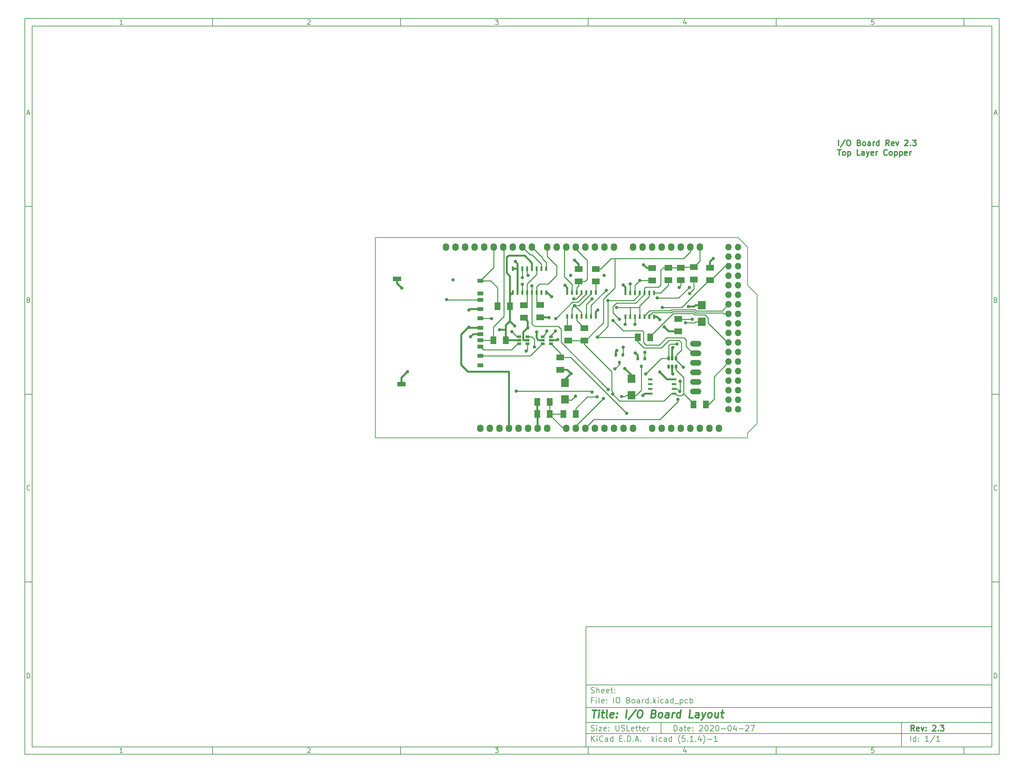
<source format=gbr>
G04 #@! TF.GenerationSoftware,KiCad,Pcbnew,(5.1.4)-1*
G04 #@! TF.CreationDate,2020-04-27T14:37:10-04:00*
G04 #@! TF.ProjectId,IO Board,494f2042-6f61-4726-942e-6b696361645f,2.3*
G04 #@! TF.SameCoordinates,Original*
G04 #@! TF.FileFunction,Copper,L1,Top*
G04 #@! TF.FilePolarity,Positive*
%FSLAX46Y46*%
G04 Gerber Fmt 4.6, Leading zero omitted, Abs format (unit mm)*
G04 Created by KiCad (PCBNEW (5.1.4)-1) date 2020-04-27 14:37:10*
%MOMM*%
%LPD*%
G04 APERTURE LIST*
%ADD10C,0.100000*%
%ADD11C,0.150000*%
%ADD12C,0.300000*%
%ADD13C,0.400000*%
%ADD14R,2.150000X2.200000*%
%ADD15R,2.032000X1.524000*%
%ADD16R,0.800000X0.900000*%
%ADD17C,1.727200*%
%ADD18O,1.727200X1.727200*%
%ADD19O,1.727200X2.032000*%
%ADD20R,1.060000X0.650000*%
%ADD21R,0.508000X1.143000*%
%ADD22R,1.524000X2.032000*%
%ADD23R,1.500000X1.000000*%
%ADD24R,2.200000X1.200000*%
%ADD25R,1.143000X0.508000*%
%ADD26R,0.650000X1.060000*%
%ADD27O,3.010000X1.510000*%
%ADD28C,0.889000*%
%ADD29C,0.508000*%
%ADD30C,0.254000*%
G04 APERTURE END LIST*
D10*
D11*
X159400000Y-171900000D02*
X159400000Y-203900000D01*
X267400000Y-203900000D01*
X267400000Y-171900000D01*
X159400000Y-171900000D01*
D10*
D11*
X10000000Y-10000000D02*
X10000000Y-205900000D01*
X269400000Y-205900000D01*
X269400000Y-10000000D01*
X10000000Y-10000000D01*
D10*
D11*
X12000000Y-12000000D02*
X12000000Y-203900000D01*
X267400000Y-203900000D01*
X267400000Y-12000000D01*
X12000000Y-12000000D01*
D10*
D11*
X60000000Y-12000000D02*
X60000000Y-10000000D01*
D10*
D11*
X110000000Y-12000000D02*
X110000000Y-10000000D01*
D10*
D11*
X160000000Y-12000000D02*
X160000000Y-10000000D01*
D10*
D11*
X210000000Y-12000000D02*
X210000000Y-10000000D01*
D10*
D11*
X260000000Y-12000000D02*
X260000000Y-10000000D01*
D10*
D11*
X36065476Y-11588095D02*
X35322619Y-11588095D01*
X35694047Y-11588095D02*
X35694047Y-10288095D01*
X35570238Y-10473809D01*
X35446428Y-10597619D01*
X35322619Y-10659523D01*
D10*
D11*
X85322619Y-10411904D02*
X85384523Y-10350000D01*
X85508333Y-10288095D01*
X85817857Y-10288095D01*
X85941666Y-10350000D01*
X86003571Y-10411904D01*
X86065476Y-10535714D01*
X86065476Y-10659523D01*
X86003571Y-10845238D01*
X85260714Y-11588095D01*
X86065476Y-11588095D01*
D10*
D11*
X135260714Y-10288095D02*
X136065476Y-10288095D01*
X135632142Y-10783333D01*
X135817857Y-10783333D01*
X135941666Y-10845238D01*
X136003571Y-10907142D01*
X136065476Y-11030952D01*
X136065476Y-11340476D01*
X136003571Y-11464285D01*
X135941666Y-11526190D01*
X135817857Y-11588095D01*
X135446428Y-11588095D01*
X135322619Y-11526190D01*
X135260714Y-11464285D01*
D10*
D11*
X185941666Y-10721428D02*
X185941666Y-11588095D01*
X185632142Y-10226190D02*
X185322619Y-11154761D01*
X186127380Y-11154761D01*
D10*
D11*
X236003571Y-10288095D02*
X235384523Y-10288095D01*
X235322619Y-10907142D01*
X235384523Y-10845238D01*
X235508333Y-10783333D01*
X235817857Y-10783333D01*
X235941666Y-10845238D01*
X236003571Y-10907142D01*
X236065476Y-11030952D01*
X236065476Y-11340476D01*
X236003571Y-11464285D01*
X235941666Y-11526190D01*
X235817857Y-11588095D01*
X235508333Y-11588095D01*
X235384523Y-11526190D01*
X235322619Y-11464285D01*
D10*
D11*
X60000000Y-203900000D02*
X60000000Y-205900000D01*
D10*
D11*
X110000000Y-203900000D02*
X110000000Y-205900000D01*
D10*
D11*
X160000000Y-203900000D02*
X160000000Y-205900000D01*
D10*
D11*
X210000000Y-203900000D02*
X210000000Y-205900000D01*
D10*
D11*
X260000000Y-203900000D02*
X260000000Y-205900000D01*
D10*
D11*
X36065476Y-205488095D02*
X35322619Y-205488095D01*
X35694047Y-205488095D02*
X35694047Y-204188095D01*
X35570238Y-204373809D01*
X35446428Y-204497619D01*
X35322619Y-204559523D01*
D10*
D11*
X85322619Y-204311904D02*
X85384523Y-204250000D01*
X85508333Y-204188095D01*
X85817857Y-204188095D01*
X85941666Y-204250000D01*
X86003571Y-204311904D01*
X86065476Y-204435714D01*
X86065476Y-204559523D01*
X86003571Y-204745238D01*
X85260714Y-205488095D01*
X86065476Y-205488095D01*
D10*
D11*
X135260714Y-204188095D02*
X136065476Y-204188095D01*
X135632142Y-204683333D01*
X135817857Y-204683333D01*
X135941666Y-204745238D01*
X136003571Y-204807142D01*
X136065476Y-204930952D01*
X136065476Y-205240476D01*
X136003571Y-205364285D01*
X135941666Y-205426190D01*
X135817857Y-205488095D01*
X135446428Y-205488095D01*
X135322619Y-205426190D01*
X135260714Y-205364285D01*
D10*
D11*
X185941666Y-204621428D02*
X185941666Y-205488095D01*
X185632142Y-204126190D02*
X185322619Y-205054761D01*
X186127380Y-205054761D01*
D10*
D11*
X236003571Y-204188095D02*
X235384523Y-204188095D01*
X235322619Y-204807142D01*
X235384523Y-204745238D01*
X235508333Y-204683333D01*
X235817857Y-204683333D01*
X235941666Y-204745238D01*
X236003571Y-204807142D01*
X236065476Y-204930952D01*
X236065476Y-205240476D01*
X236003571Y-205364285D01*
X235941666Y-205426190D01*
X235817857Y-205488095D01*
X235508333Y-205488095D01*
X235384523Y-205426190D01*
X235322619Y-205364285D01*
D10*
D11*
X10000000Y-60000000D02*
X12000000Y-60000000D01*
D10*
D11*
X10000000Y-110000000D02*
X12000000Y-110000000D01*
D10*
D11*
X10000000Y-160000000D02*
X12000000Y-160000000D01*
D10*
D11*
X10690476Y-35216666D02*
X11309523Y-35216666D01*
X10566666Y-35588095D02*
X11000000Y-34288095D01*
X11433333Y-35588095D01*
D10*
D11*
X11092857Y-84907142D02*
X11278571Y-84969047D01*
X11340476Y-85030952D01*
X11402380Y-85154761D01*
X11402380Y-85340476D01*
X11340476Y-85464285D01*
X11278571Y-85526190D01*
X11154761Y-85588095D01*
X10659523Y-85588095D01*
X10659523Y-84288095D01*
X11092857Y-84288095D01*
X11216666Y-84350000D01*
X11278571Y-84411904D01*
X11340476Y-84535714D01*
X11340476Y-84659523D01*
X11278571Y-84783333D01*
X11216666Y-84845238D01*
X11092857Y-84907142D01*
X10659523Y-84907142D01*
D10*
D11*
X11402380Y-135464285D02*
X11340476Y-135526190D01*
X11154761Y-135588095D01*
X11030952Y-135588095D01*
X10845238Y-135526190D01*
X10721428Y-135402380D01*
X10659523Y-135278571D01*
X10597619Y-135030952D01*
X10597619Y-134845238D01*
X10659523Y-134597619D01*
X10721428Y-134473809D01*
X10845238Y-134350000D01*
X11030952Y-134288095D01*
X11154761Y-134288095D01*
X11340476Y-134350000D01*
X11402380Y-134411904D01*
D10*
D11*
X10659523Y-185588095D02*
X10659523Y-184288095D01*
X10969047Y-184288095D01*
X11154761Y-184350000D01*
X11278571Y-184473809D01*
X11340476Y-184597619D01*
X11402380Y-184845238D01*
X11402380Y-185030952D01*
X11340476Y-185278571D01*
X11278571Y-185402380D01*
X11154761Y-185526190D01*
X10969047Y-185588095D01*
X10659523Y-185588095D01*
D10*
D11*
X269400000Y-60000000D02*
X267400000Y-60000000D01*
D10*
D11*
X269400000Y-110000000D02*
X267400000Y-110000000D01*
D10*
D11*
X269400000Y-160000000D02*
X267400000Y-160000000D01*
D10*
D11*
X268090476Y-35216666D02*
X268709523Y-35216666D01*
X267966666Y-35588095D02*
X268400000Y-34288095D01*
X268833333Y-35588095D01*
D10*
D11*
X268492857Y-84907142D02*
X268678571Y-84969047D01*
X268740476Y-85030952D01*
X268802380Y-85154761D01*
X268802380Y-85340476D01*
X268740476Y-85464285D01*
X268678571Y-85526190D01*
X268554761Y-85588095D01*
X268059523Y-85588095D01*
X268059523Y-84288095D01*
X268492857Y-84288095D01*
X268616666Y-84350000D01*
X268678571Y-84411904D01*
X268740476Y-84535714D01*
X268740476Y-84659523D01*
X268678571Y-84783333D01*
X268616666Y-84845238D01*
X268492857Y-84907142D01*
X268059523Y-84907142D01*
D10*
D11*
X268802380Y-135464285D02*
X268740476Y-135526190D01*
X268554761Y-135588095D01*
X268430952Y-135588095D01*
X268245238Y-135526190D01*
X268121428Y-135402380D01*
X268059523Y-135278571D01*
X267997619Y-135030952D01*
X267997619Y-134845238D01*
X268059523Y-134597619D01*
X268121428Y-134473809D01*
X268245238Y-134350000D01*
X268430952Y-134288095D01*
X268554761Y-134288095D01*
X268740476Y-134350000D01*
X268802380Y-134411904D01*
D10*
D11*
X268059523Y-185588095D02*
X268059523Y-184288095D01*
X268369047Y-184288095D01*
X268554761Y-184350000D01*
X268678571Y-184473809D01*
X268740476Y-184597619D01*
X268802380Y-184845238D01*
X268802380Y-185030952D01*
X268740476Y-185278571D01*
X268678571Y-185402380D01*
X268554761Y-185526190D01*
X268369047Y-185588095D01*
X268059523Y-185588095D01*
D10*
D11*
X182832142Y-199678571D02*
X182832142Y-198178571D01*
X183189285Y-198178571D01*
X183403571Y-198250000D01*
X183546428Y-198392857D01*
X183617857Y-198535714D01*
X183689285Y-198821428D01*
X183689285Y-199035714D01*
X183617857Y-199321428D01*
X183546428Y-199464285D01*
X183403571Y-199607142D01*
X183189285Y-199678571D01*
X182832142Y-199678571D01*
X184975000Y-199678571D02*
X184975000Y-198892857D01*
X184903571Y-198750000D01*
X184760714Y-198678571D01*
X184475000Y-198678571D01*
X184332142Y-198750000D01*
X184975000Y-199607142D02*
X184832142Y-199678571D01*
X184475000Y-199678571D01*
X184332142Y-199607142D01*
X184260714Y-199464285D01*
X184260714Y-199321428D01*
X184332142Y-199178571D01*
X184475000Y-199107142D01*
X184832142Y-199107142D01*
X184975000Y-199035714D01*
X185475000Y-198678571D02*
X186046428Y-198678571D01*
X185689285Y-198178571D02*
X185689285Y-199464285D01*
X185760714Y-199607142D01*
X185903571Y-199678571D01*
X186046428Y-199678571D01*
X187117857Y-199607142D02*
X186975000Y-199678571D01*
X186689285Y-199678571D01*
X186546428Y-199607142D01*
X186475000Y-199464285D01*
X186475000Y-198892857D01*
X186546428Y-198750000D01*
X186689285Y-198678571D01*
X186975000Y-198678571D01*
X187117857Y-198750000D01*
X187189285Y-198892857D01*
X187189285Y-199035714D01*
X186475000Y-199178571D01*
X187832142Y-199535714D02*
X187903571Y-199607142D01*
X187832142Y-199678571D01*
X187760714Y-199607142D01*
X187832142Y-199535714D01*
X187832142Y-199678571D01*
X187832142Y-198750000D02*
X187903571Y-198821428D01*
X187832142Y-198892857D01*
X187760714Y-198821428D01*
X187832142Y-198750000D01*
X187832142Y-198892857D01*
X189617857Y-198321428D02*
X189689285Y-198250000D01*
X189832142Y-198178571D01*
X190189285Y-198178571D01*
X190332142Y-198250000D01*
X190403571Y-198321428D01*
X190475000Y-198464285D01*
X190475000Y-198607142D01*
X190403571Y-198821428D01*
X189546428Y-199678571D01*
X190475000Y-199678571D01*
X191403571Y-198178571D02*
X191546428Y-198178571D01*
X191689285Y-198250000D01*
X191760714Y-198321428D01*
X191832142Y-198464285D01*
X191903571Y-198750000D01*
X191903571Y-199107142D01*
X191832142Y-199392857D01*
X191760714Y-199535714D01*
X191689285Y-199607142D01*
X191546428Y-199678571D01*
X191403571Y-199678571D01*
X191260714Y-199607142D01*
X191189285Y-199535714D01*
X191117857Y-199392857D01*
X191046428Y-199107142D01*
X191046428Y-198750000D01*
X191117857Y-198464285D01*
X191189285Y-198321428D01*
X191260714Y-198250000D01*
X191403571Y-198178571D01*
X192475000Y-198321428D02*
X192546428Y-198250000D01*
X192689285Y-198178571D01*
X193046428Y-198178571D01*
X193189285Y-198250000D01*
X193260714Y-198321428D01*
X193332142Y-198464285D01*
X193332142Y-198607142D01*
X193260714Y-198821428D01*
X192403571Y-199678571D01*
X193332142Y-199678571D01*
X194260714Y-198178571D02*
X194403571Y-198178571D01*
X194546428Y-198250000D01*
X194617857Y-198321428D01*
X194689285Y-198464285D01*
X194760714Y-198750000D01*
X194760714Y-199107142D01*
X194689285Y-199392857D01*
X194617857Y-199535714D01*
X194546428Y-199607142D01*
X194403571Y-199678571D01*
X194260714Y-199678571D01*
X194117857Y-199607142D01*
X194046428Y-199535714D01*
X193975000Y-199392857D01*
X193903571Y-199107142D01*
X193903571Y-198750000D01*
X193975000Y-198464285D01*
X194046428Y-198321428D01*
X194117857Y-198250000D01*
X194260714Y-198178571D01*
X195403571Y-199107142D02*
X196546428Y-199107142D01*
X197546428Y-198178571D02*
X197689285Y-198178571D01*
X197832142Y-198250000D01*
X197903571Y-198321428D01*
X197975000Y-198464285D01*
X198046428Y-198750000D01*
X198046428Y-199107142D01*
X197975000Y-199392857D01*
X197903571Y-199535714D01*
X197832142Y-199607142D01*
X197689285Y-199678571D01*
X197546428Y-199678571D01*
X197403571Y-199607142D01*
X197332142Y-199535714D01*
X197260714Y-199392857D01*
X197189285Y-199107142D01*
X197189285Y-198750000D01*
X197260714Y-198464285D01*
X197332142Y-198321428D01*
X197403571Y-198250000D01*
X197546428Y-198178571D01*
X199332142Y-198678571D02*
X199332142Y-199678571D01*
X198975000Y-198107142D02*
X198617857Y-199178571D01*
X199546428Y-199178571D01*
X200117857Y-199107142D02*
X201260714Y-199107142D01*
X201903571Y-198321428D02*
X201975000Y-198250000D01*
X202117857Y-198178571D01*
X202475000Y-198178571D01*
X202617857Y-198250000D01*
X202689285Y-198321428D01*
X202760714Y-198464285D01*
X202760714Y-198607142D01*
X202689285Y-198821428D01*
X201832142Y-199678571D01*
X202760714Y-199678571D01*
X203260714Y-198178571D02*
X204260714Y-198178571D01*
X203617857Y-199678571D01*
D10*
D11*
X159400000Y-200400000D02*
X267400000Y-200400000D01*
D10*
D11*
X160832142Y-202478571D02*
X160832142Y-200978571D01*
X161689285Y-202478571D02*
X161046428Y-201621428D01*
X161689285Y-200978571D02*
X160832142Y-201835714D01*
X162332142Y-202478571D02*
X162332142Y-201478571D01*
X162332142Y-200978571D02*
X162260714Y-201050000D01*
X162332142Y-201121428D01*
X162403571Y-201050000D01*
X162332142Y-200978571D01*
X162332142Y-201121428D01*
X163903571Y-202335714D02*
X163832142Y-202407142D01*
X163617857Y-202478571D01*
X163475000Y-202478571D01*
X163260714Y-202407142D01*
X163117857Y-202264285D01*
X163046428Y-202121428D01*
X162975000Y-201835714D01*
X162975000Y-201621428D01*
X163046428Y-201335714D01*
X163117857Y-201192857D01*
X163260714Y-201050000D01*
X163475000Y-200978571D01*
X163617857Y-200978571D01*
X163832142Y-201050000D01*
X163903571Y-201121428D01*
X165189285Y-202478571D02*
X165189285Y-201692857D01*
X165117857Y-201550000D01*
X164975000Y-201478571D01*
X164689285Y-201478571D01*
X164546428Y-201550000D01*
X165189285Y-202407142D02*
X165046428Y-202478571D01*
X164689285Y-202478571D01*
X164546428Y-202407142D01*
X164475000Y-202264285D01*
X164475000Y-202121428D01*
X164546428Y-201978571D01*
X164689285Y-201907142D01*
X165046428Y-201907142D01*
X165189285Y-201835714D01*
X166546428Y-202478571D02*
X166546428Y-200978571D01*
X166546428Y-202407142D02*
X166403571Y-202478571D01*
X166117857Y-202478571D01*
X165975000Y-202407142D01*
X165903571Y-202335714D01*
X165832142Y-202192857D01*
X165832142Y-201764285D01*
X165903571Y-201621428D01*
X165975000Y-201550000D01*
X166117857Y-201478571D01*
X166403571Y-201478571D01*
X166546428Y-201550000D01*
X168403571Y-201692857D02*
X168903571Y-201692857D01*
X169117857Y-202478571D02*
X168403571Y-202478571D01*
X168403571Y-200978571D01*
X169117857Y-200978571D01*
X169760714Y-202335714D02*
X169832142Y-202407142D01*
X169760714Y-202478571D01*
X169689285Y-202407142D01*
X169760714Y-202335714D01*
X169760714Y-202478571D01*
X170475000Y-202478571D02*
X170475000Y-200978571D01*
X170832142Y-200978571D01*
X171046428Y-201050000D01*
X171189285Y-201192857D01*
X171260714Y-201335714D01*
X171332142Y-201621428D01*
X171332142Y-201835714D01*
X171260714Y-202121428D01*
X171189285Y-202264285D01*
X171046428Y-202407142D01*
X170832142Y-202478571D01*
X170475000Y-202478571D01*
X171975000Y-202335714D02*
X172046428Y-202407142D01*
X171975000Y-202478571D01*
X171903571Y-202407142D01*
X171975000Y-202335714D01*
X171975000Y-202478571D01*
X172617857Y-202050000D02*
X173332142Y-202050000D01*
X172475000Y-202478571D02*
X172975000Y-200978571D01*
X173475000Y-202478571D01*
X173975000Y-202335714D02*
X174046428Y-202407142D01*
X173975000Y-202478571D01*
X173903571Y-202407142D01*
X173975000Y-202335714D01*
X173975000Y-202478571D01*
X176975000Y-202478571D02*
X176975000Y-200978571D01*
X177117857Y-201907142D02*
X177546428Y-202478571D01*
X177546428Y-201478571D02*
X176975000Y-202050000D01*
X178189285Y-202478571D02*
X178189285Y-201478571D01*
X178189285Y-200978571D02*
X178117857Y-201050000D01*
X178189285Y-201121428D01*
X178260714Y-201050000D01*
X178189285Y-200978571D01*
X178189285Y-201121428D01*
X179546428Y-202407142D02*
X179403571Y-202478571D01*
X179117857Y-202478571D01*
X178975000Y-202407142D01*
X178903571Y-202335714D01*
X178832142Y-202192857D01*
X178832142Y-201764285D01*
X178903571Y-201621428D01*
X178975000Y-201550000D01*
X179117857Y-201478571D01*
X179403571Y-201478571D01*
X179546428Y-201550000D01*
X180832142Y-202478571D02*
X180832142Y-201692857D01*
X180760714Y-201550000D01*
X180617857Y-201478571D01*
X180332142Y-201478571D01*
X180189285Y-201550000D01*
X180832142Y-202407142D02*
X180689285Y-202478571D01*
X180332142Y-202478571D01*
X180189285Y-202407142D01*
X180117857Y-202264285D01*
X180117857Y-202121428D01*
X180189285Y-201978571D01*
X180332142Y-201907142D01*
X180689285Y-201907142D01*
X180832142Y-201835714D01*
X182189285Y-202478571D02*
X182189285Y-200978571D01*
X182189285Y-202407142D02*
X182046428Y-202478571D01*
X181760714Y-202478571D01*
X181617857Y-202407142D01*
X181546428Y-202335714D01*
X181475000Y-202192857D01*
X181475000Y-201764285D01*
X181546428Y-201621428D01*
X181617857Y-201550000D01*
X181760714Y-201478571D01*
X182046428Y-201478571D01*
X182189285Y-201550000D01*
X184475000Y-203050000D02*
X184403571Y-202978571D01*
X184260714Y-202764285D01*
X184189285Y-202621428D01*
X184117857Y-202407142D01*
X184046428Y-202050000D01*
X184046428Y-201764285D01*
X184117857Y-201407142D01*
X184189285Y-201192857D01*
X184260714Y-201050000D01*
X184403571Y-200835714D01*
X184475000Y-200764285D01*
X185760714Y-200978571D02*
X185046428Y-200978571D01*
X184975000Y-201692857D01*
X185046428Y-201621428D01*
X185189285Y-201550000D01*
X185546428Y-201550000D01*
X185689285Y-201621428D01*
X185760714Y-201692857D01*
X185832142Y-201835714D01*
X185832142Y-202192857D01*
X185760714Y-202335714D01*
X185689285Y-202407142D01*
X185546428Y-202478571D01*
X185189285Y-202478571D01*
X185046428Y-202407142D01*
X184975000Y-202335714D01*
X186475000Y-202335714D02*
X186546428Y-202407142D01*
X186475000Y-202478571D01*
X186403571Y-202407142D01*
X186475000Y-202335714D01*
X186475000Y-202478571D01*
X187975000Y-202478571D02*
X187117857Y-202478571D01*
X187546428Y-202478571D02*
X187546428Y-200978571D01*
X187403571Y-201192857D01*
X187260714Y-201335714D01*
X187117857Y-201407142D01*
X188617857Y-202335714D02*
X188689285Y-202407142D01*
X188617857Y-202478571D01*
X188546428Y-202407142D01*
X188617857Y-202335714D01*
X188617857Y-202478571D01*
X189975000Y-201478571D02*
X189975000Y-202478571D01*
X189617857Y-200907142D02*
X189260714Y-201978571D01*
X190189285Y-201978571D01*
X190617857Y-203050000D02*
X190689285Y-202978571D01*
X190832142Y-202764285D01*
X190903571Y-202621428D01*
X190975000Y-202407142D01*
X191046428Y-202050000D01*
X191046428Y-201764285D01*
X190975000Y-201407142D01*
X190903571Y-201192857D01*
X190832142Y-201050000D01*
X190689285Y-200835714D01*
X190617857Y-200764285D01*
X191760714Y-201907142D02*
X192903571Y-201907142D01*
X194403571Y-202478571D02*
X193546428Y-202478571D01*
X193975000Y-202478571D02*
X193975000Y-200978571D01*
X193832142Y-201192857D01*
X193689285Y-201335714D01*
X193546428Y-201407142D01*
D10*
D11*
X159400000Y-197400000D02*
X267400000Y-197400000D01*
D10*
D12*
X246809285Y-199678571D02*
X246309285Y-198964285D01*
X245952142Y-199678571D02*
X245952142Y-198178571D01*
X246523571Y-198178571D01*
X246666428Y-198250000D01*
X246737857Y-198321428D01*
X246809285Y-198464285D01*
X246809285Y-198678571D01*
X246737857Y-198821428D01*
X246666428Y-198892857D01*
X246523571Y-198964285D01*
X245952142Y-198964285D01*
X248023571Y-199607142D02*
X247880714Y-199678571D01*
X247595000Y-199678571D01*
X247452142Y-199607142D01*
X247380714Y-199464285D01*
X247380714Y-198892857D01*
X247452142Y-198750000D01*
X247595000Y-198678571D01*
X247880714Y-198678571D01*
X248023571Y-198750000D01*
X248095000Y-198892857D01*
X248095000Y-199035714D01*
X247380714Y-199178571D01*
X248595000Y-198678571D02*
X248952142Y-199678571D01*
X249309285Y-198678571D01*
X249880714Y-199535714D02*
X249952142Y-199607142D01*
X249880714Y-199678571D01*
X249809285Y-199607142D01*
X249880714Y-199535714D01*
X249880714Y-199678571D01*
X249880714Y-198750000D02*
X249952142Y-198821428D01*
X249880714Y-198892857D01*
X249809285Y-198821428D01*
X249880714Y-198750000D01*
X249880714Y-198892857D01*
X251666428Y-198321428D02*
X251737857Y-198250000D01*
X251880714Y-198178571D01*
X252237857Y-198178571D01*
X252380714Y-198250000D01*
X252452142Y-198321428D01*
X252523571Y-198464285D01*
X252523571Y-198607142D01*
X252452142Y-198821428D01*
X251595000Y-199678571D01*
X252523571Y-199678571D01*
X253166428Y-199535714D02*
X253237857Y-199607142D01*
X253166428Y-199678571D01*
X253095000Y-199607142D01*
X253166428Y-199535714D01*
X253166428Y-199678571D01*
X253737857Y-198178571D02*
X254666428Y-198178571D01*
X254166428Y-198750000D01*
X254380714Y-198750000D01*
X254523571Y-198821428D01*
X254595000Y-198892857D01*
X254666428Y-199035714D01*
X254666428Y-199392857D01*
X254595000Y-199535714D01*
X254523571Y-199607142D01*
X254380714Y-199678571D01*
X253952142Y-199678571D01*
X253809285Y-199607142D01*
X253737857Y-199535714D01*
D10*
D11*
X160760714Y-199607142D02*
X160975000Y-199678571D01*
X161332142Y-199678571D01*
X161475000Y-199607142D01*
X161546428Y-199535714D01*
X161617857Y-199392857D01*
X161617857Y-199250000D01*
X161546428Y-199107142D01*
X161475000Y-199035714D01*
X161332142Y-198964285D01*
X161046428Y-198892857D01*
X160903571Y-198821428D01*
X160832142Y-198750000D01*
X160760714Y-198607142D01*
X160760714Y-198464285D01*
X160832142Y-198321428D01*
X160903571Y-198250000D01*
X161046428Y-198178571D01*
X161403571Y-198178571D01*
X161617857Y-198250000D01*
X162260714Y-199678571D02*
X162260714Y-198678571D01*
X162260714Y-198178571D02*
X162189285Y-198250000D01*
X162260714Y-198321428D01*
X162332142Y-198250000D01*
X162260714Y-198178571D01*
X162260714Y-198321428D01*
X162832142Y-198678571D02*
X163617857Y-198678571D01*
X162832142Y-199678571D01*
X163617857Y-199678571D01*
X164760714Y-199607142D02*
X164617857Y-199678571D01*
X164332142Y-199678571D01*
X164189285Y-199607142D01*
X164117857Y-199464285D01*
X164117857Y-198892857D01*
X164189285Y-198750000D01*
X164332142Y-198678571D01*
X164617857Y-198678571D01*
X164760714Y-198750000D01*
X164832142Y-198892857D01*
X164832142Y-199035714D01*
X164117857Y-199178571D01*
X165475000Y-199535714D02*
X165546428Y-199607142D01*
X165475000Y-199678571D01*
X165403571Y-199607142D01*
X165475000Y-199535714D01*
X165475000Y-199678571D01*
X165475000Y-198750000D02*
X165546428Y-198821428D01*
X165475000Y-198892857D01*
X165403571Y-198821428D01*
X165475000Y-198750000D01*
X165475000Y-198892857D01*
X167332142Y-198178571D02*
X167332142Y-199392857D01*
X167403571Y-199535714D01*
X167475000Y-199607142D01*
X167617857Y-199678571D01*
X167903571Y-199678571D01*
X168046428Y-199607142D01*
X168117857Y-199535714D01*
X168189285Y-199392857D01*
X168189285Y-198178571D01*
X168832142Y-199607142D02*
X169046428Y-199678571D01*
X169403571Y-199678571D01*
X169546428Y-199607142D01*
X169617857Y-199535714D01*
X169689285Y-199392857D01*
X169689285Y-199250000D01*
X169617857Y-199107142D01*
X169546428Y-199035714D01*
X169403571Y-198964285D01*
X169117857Y-198892857D01*
X168975000Y-198821428D01*
X168903571Y-198750000D01*
X168832142Y-198607142D01*
X168832142Y-198464285D01*
X168903571Y-198321428D01*
X168975000Y-198250000D01*
X169117857Y-198178571D01*
X169475000Y-198178571D01*
X169689285Y-198250000D01*
X171046428Y-199678571D02*
X170332142Y-199678571D01*
X170332142Y-198178571D01*
X172117857Y-199607142D02*
X171975000Y-199678571D01*
X171689285Y-199678571D01*
X171546428Y-199607142D01*
X171475000Y-199464285D01*
X171475000Y-198892857D01*
X171546428Y-198750000D01*
X171689285Y-198678571D01*
X171975000Y-198678571D01*
X172117857Y-198750000D01*
X172189285Y-198892857D01*
X172189285Y-199035714D01*
X171475000Y-199178571D01*
X172617857Y-198678571D02*
X173189285Y-198678571D01*
X172832142Y-198178571D02*
X172832142Y-199464285D01*
X172903571Y-199607142D01*
X173046428Y-199678571D01*
X173189285Y-199678571D01*
X173475000Y-198678571D02*
X174046428Y-198678571D01*
X173689285Y-198178571D02*
X173689285Y-199464285D01*
X173760714Y-199607142D01*
X173903571Y-199678571D01*
X174046428Y-199678571D01*
X175117857Y-199607142D02*
X174975000Y-199678571D01*
X174689285Y-199678571D01*
X174546428Y-199607142D01*
X174475000Y-199464285D01*
X174475000Y-198892857D01*
X174546428Y-198750000D01*
X174689285Y-198678571D01*
X174975000Y-198678571D01*
X175117857Y-198750000D01*
X175189285Y-198892857D01*
X175189285Y-199035714D01*
X174475000Y-199178571D01*
X175832142Y-199678571D02*
X175832142Y-198678571D01*
X175832142Y-198964285D02*
X175903571Y-198821428D01*
X175975000Y-198750000D01*
X176117857Y-198678571D01*
X176260714Y-198678571D01*
D10*
D11*
X245832142Y-202478571D02*
X245832142Y-200978571D01*
X247189285Y-202478571D02*
X247189285Y-200978571D01*
X247189285Y-202407142D02*
X247046428Y-202478571D01*
X246760714Y-202478571D01*
X246617857Y-202407142D01*
X246546428Y-202335714D01*
X246475000Y-202192857D01*
X246475000Y-201764285D01*
X246546428Y-201621428D01*
X246617857Y-201550000D01*
X246760714Y-201478571D01*
X247046428Y-201478571D01*
X247189285Y-201550000D01*
X247903571Y-202335714D02*
X247975000Y-202407142D01*
X247903571Y-202478571D01*
X247832142Y-202407142D01*
X247903571Y-202335714D01*
X247903571Y-202478571D01*
X247903571Y-201550000D02*
X247975000Y-201621428D01*
X247903571Y-201692857D01*
X247832142Y-201621428D01*
X247903571Y-201550000D01*
X247903571Y-201692857D01*
X250546428Y-202478571D02*
X249689285Y-202478571D01*
X250117857Y-202478571D02*
X250117857Y-200978571D01*
X249975000Y-201192857D01*
X249832142Y-201335714D01*
X249689285Y-201407142D01*
X252260714Y-200907142D02*
X250975000Y-202835714D01*
X253546428Y-202478571D02*
X252689285Y-202478571D01*
X253117857Y-202478571D02*
X253117857Y-200978571D01*
X252975000Y-201192857D01*
X252832142Y-201335714D01*
X252689285Y-201407142D01*
D10*
D11*
X159400000Y-193400000D02*
X267400000Y-193400000D01*
D10*
D13*
X161112380Y-194104761D02*
X162255238Y-194104761D01*
X161433809Y-196104761D02*
X161683809Y-194104761D01*
X162671904Y-196104761D02*
X162838571Y-194771428D01*
X162921904Y-194104761D02*
X162814761Y-194200000D01*
X162898095Y-194295238D01*
X163005238Y-194200000D01*
X162921904Y-194104761D01*
X162898095Y-194295238D01*
X163505238Y-194771428D02*
X164267142Y-194771428D01*
X163874285Y-194104761D02*
X163660000Y-195819047D01*
X163731428Y-196009523D01*
X163910000Y-196104761D01*
X164100476Y-196104761D01*
X165052857Y-196104761D02*
X164874285Y-196009523D01*
X164802857Y-195819047D01*
X165017142Y-194104761D01*
X166588571Y-196009523D02*
X166386190Y-196104761D01*
X166005238Y-196104761D01*
X165826666Y-196009523D01*
X165755238Y-195819047D01*
X165850476Y-195057142D01*
X165969523Y-194866666D01*
X166171904Y-194771428D01*
X166552857Y-194771428D01*
X166731428Y-194866666D01*
X166802857Y-195057142D01*
X166779047Y-195247619D01*
X165802857Y-195438095D01*
X167552857Y-195914285D02*
X167636190Y-196009523D01*
X167529047Y-196104761D01*
X167445714Y-196009523D01*
X167552857Y-195914285D01*
X167529047Y-196104761D01*
X167683809Y-194866666D02*
X167767142Y-194961904D01*
X167660000Y-195057142D01*
X167576666Y-194961904D01*
X167683809Y-194866666D01*
X167660000Y-195057142D01*
X170005238Y-196104761D02*
X170255238Y-194104761D01*
X172648095Y-194009523D02*
X170612380Y-196580952D01*
X173683809Y-194104761D02*
X174064761Y-194104761D01*
X174243333Y-194200000D01*
X174410000Y-194390476D01*
X174457619Y-194771428D01*
X174374285Y-195438095D01*
X174231428Y-195819047D01*
X174017142Y-196009523D01*
X173814761Y-196104761D01*
X173433809Y-196104761D01*
X173255238Y-196009523D01*
X173088571Y-195819047D01*
X173040952Y-195438095D01*
X173124285Y-194771428D01*
X173267142Y-194390476D01*
X173481428Y-194200000D01*
X173683809Y-194104761D01*
X177469523Y-195057142D02*
X177743333Y-195152380D01*
X177826666Y-195247619D01*
X177898095Y-195438095D01*
X177862380Y-195723809D01*
X177743333Y-195914285D01*
X177636190Y-196009523D01*
X177433809Y-196104761D01*
X176671904Y-196104761D01*
X176921904Y-194104761D01*
X177588571Y-194104761D01*
X177767142Y-194200000D01*
X177850476Y-194295238D01*
X177921904Y-194485714D01*
X177898095Y-194676190D01*
X177779047Y-194866666D01*
X177671904Y-194961904D01*
X177469523Y-195057142D01*
X176802857Y-195057142D01*
X178957619Y-196104761D02*
X178779047Y-196009523D01*
X178695714Y-195914285D01*
X178624285Y-195723809D01*
X178695714Y-195152380D01*
X178814761Y-194961904D01*
X178921904Y-194866666D01*
X179124285Y-194771428D01*
X179410000Y-194771428D01*
X179588571Y-194866666D01*
X179671904Y-194961904D01*
X179743333Y-195152380D01*
X179671904Y-195723809D01*
X179552857Y-195914285D01*
X179445714Y-196009523D01*
X179243333Y-196104761D01*
X178957619Y-196104761D01*
X181338571Y-196104761D02*
X181469523Y-195057142D01*
X181398095Y-194866666D01*
X181219523Y-194771428D01*
X180838571Y-194771428D01*
X180636190Y-194866666D01*
X181350476Y-196009523D02*
X181148095Y-196104761D01*
X180671904Y-196104761D01*
X180493333Y-196009523D01*
X180421904Y-195819047D01*
X180445714Y-195628571D01*
X180564761Y-195438095D01*
X180767142Y-195342857D01*
X181243333Y-195342857D01*
X181445714Y-195247619D01*
X182290952Y-196104761D02*
X182457619Y-194771428D01*
X182410000Y-195152380D02*
X182529047Y-194961904D01*
X182636190Y-194866666D01*
X182838571Y-194771428D01*
X183029047Y-194771428D01*
X184386190Y-196104761D02*
X184636190Y-194104761D01*
X184398095Y-196009523D02*
X184195714Y-196104761D01*
X183814761Y-196104761D01*
X183636190Y-196009523D01*
X183552857Y-195914285D01*
X183481428Y-195723809D01*
X183552857Y-195152380D01*
X183671904Y-194961904D01*
X183779047Y-194866666D01*
X183981428Y-194771428D01*
X184362380Y-194771428D01*
X184540952Y-194866666D01*
X187814761Y-196104761D02*
X186862380Y-196104761D01*
X187112380Y-194104761D01*
X189338571Y-196104761D02*
X189469523Y-195057142D01*
X189398095Y-194866666D01*
X189219523Y-194771428D01*
X188838571Y-194771428D01*
X188636190Y-194866666D01*
X189350476Y-196009523D02*
X189148095Y-196104761D01*
X188671904Y-196104761D01*
X188493333Y-196009523D01*
X188421904Y-195819047D01*
X188445714Y-195628571D01*
X188564761Y-195438095D01*
X188767142Y-195342857D01*
X189243333Y-195342857D01*
X189445714Y-195247619D01*
X190267142Y-194771428D02*
X190576666Y-196104761D01*
X191219523Y-194771428D02*
X190576666Y-196104761D01*
X190326666Y-196580952D01*
X190219523Y-196676190D01*
X190017142Y-196771428D01*
X192100476Y-196104761D02*
X191921904Y-196009523D01*
X191838571Y-195914285D01*
X191767142Y-195723809D01*
X191838571Y-195152380D01*
X191957619Y-194961904D01*
X192064761Y-194866666D01*
X192267142Y-194771428D01*
X192552857Y-194771428D01*
X192731428Y-194866666D01*
X192814761Y-194961904D01*
X192886190Y-195152380D01*
X192814761Y-195723809D01*
X192695714Y-195914285D01*
X192588571Y-196009523D01*
X192386190Y-196104761D01*
X192100476Y-196104761D01*
X194648095Y-194771428D02*
X194481428Y-196104761D01*
X193790952Y-194771428D02*
X193660000Y-195819047D01*
X193731428Y-196009523D01*
X193910000Y-196104761D01*
X194195714Y-196104761D01*
X194398095Y-196009523D01*
X194505238Y-195914285D01*
X195314761Y-194771428D02*
X196076666Y-194771428D01*
X195683809Y-194104761D02*
X195469523Y-195819047D01*
X195540952Y-196009523D01*
X195719523Y-196104761D01*
X195910000Y-196104761D01*
D10*
D11*
X161332142Y-191492857D02*
X160832142Y-191492857D01*
X160832142Y-192278571D02*
X160832142Y-190778571D01*
X161546428Y-190778571D01*
X162117857Y-192278571D02*
X162117857Y-191278571D01*
X162117857Y-190778571D02*
X162046428Y-190850000D01*
X162117857Y-190921428D01*
X162189285Y-190850000D01*
X162117857Y-190778571D01*
X162117857Y-190921428D01*
X163046428Y-192278571D02*
X162903571Y-192207142D01*
X162832142Y-192064285D01*
X162832142Y-190778571D01*
X164189285Y-192207142D02*
X164046428Y-192278571D01*
X163760714Y-192278571D01*
X163617857Y-192207142D01*
X163546428Y-192064285D01*
X163546428Y-191492857D01*
X163617857Y-191350000D01*
X163760714Y-191278571D01*
X164046428Y-191278571D01*
X164189285Y-191350000D01*
X164260714Y-191492857D01*
X164260714Y-191635714D01*
X163546428Y-191778571D01*
X164903571Y-192135714D02*
X164975000Y-192207142D01*
X164903571Y-192278571D01*
X164832142Y-192207142D01*
X164903571Y-192135714D01*
X164903571Y-192278571D01*
X164903571Y-191350000D02*
X164975000Y-191421428D01*
X164903571Y-191492857D01*
X164832142Y-191421428D01*
X164903571Y-191350000D01*
X164903571Y-191492857D01*
X166760714Y-192278571D02*
X166760714Y-190778571D01*
X167760714Y-190778571D02*
X168046428Y-190778571D01*
X168189285Y-190850000D01*
X168332142Y-190992857D01*
X168403571Y-191278571D01*
X168403571Y-191778571D01*
X168332142Y-192064285D01*
X168189285Y-192207142D01*
X168046428Y-192278571D01*
X167760714Y-192278571D01*
X167617857Y-192207142D01*
X167475000Y-192064285D01*
X167403571Y-191778571D01*
X167403571Y-191278571D01*
X167475000Y-190992857D01*
X167617857Y-190850000D01*
X167760714Y-190778571D01*
X170689285Y-191492857D02*
X170903571Y-191564285D01*
X170975000Y-191635714D01*
X171046428Y-191778571D01*
X171046428Y-191992857D01*
X170975000Y-192135714D01*
X170903571Y-192207142D01*
X170760714Y-192278571D01*
X170189285Y-192278571D01*
X170189285Y-190778571D01*
X170689285Y-190778571D01*
X170832142Y-190850000D01*
X170903571Y-190921428D01*
X170975000Y-191064285D01*
X170975000Y-191207142D01*
X170903571Y-191350000D01*
X170832142Y-191421428D01*
X170689285Y-191492857D01*
X170189285Y-191492857D01*
X171903571Y-192278571D02*
X171760714Y-192207142D01*
X171689285Y-192135714D01*
X171617857Y-191992857D01*
X171617857Y-191564285D01*
X171689285Y-191421428D01*
X171760714Y-191350000D01*
X171903571Y-191278571D01*
X172117857Y-191278571D01*
X172260714Y-191350000D01*
X172332142Y-191421428D01*
X172403571Y-191564285D01*
X172403571Y-191992857D01*
X172332142Y-192135714D01*
X172260714Y-192207142D01*
X172117857Y-192278571D01*
X171903571Y-192278571D01*
X173689285Y-192278571D02*
X173689285Y-191492857D01*
X173617857Y-191350000D01*
X173475000Y-191278571D01*
X173189285Y-191278571D01*
X173046428Y-191350000D01*
X173689285Y-192207142D02*
X173546428Y-192278571D01*
X173189285Y-192278571D01*
X173046428Y-192207142D01*
X172975000Y-192064285D01*
X172975000Y-191921428D01*
X173046428Y-191778571D01*
X173189285Y-191707142D01*
X173546428Y-191707142D01*
X173689285Y-191635714D01*
X174403571Y-192278571D02*
X174403571Y-191278571D01*
X174403571Y-191564285D02*
X174475000Y-191421428D01*
X174546428Y-191350000D01*
X174689285Y-191278571D01*
X174832142Y-191278571D01*
X175975000Y-192278571D02*
X175975000Y-190778571D01*
X175975000Y-192207142D02*
X175832142Y-192278571D01*
X175546428Y-192278571D01*
X175403571Y-192207142D01*
X175332142Y-192135714D01*
X175260714Y-191992857D01*
X175260714Y-191564285D01*
X175332142Y-191421428D01*
X175403571Y-191350000D01*
X175546428Y-191278571D01*
X175832142Y-191278571D01*
X175975000Y-191350000D01*
X176689285Y-192135714D02*
X176760714Y-192207142D01*
X176689285Y-192278571D01*
X176617857Y-192207142D01*
X176689285Y-192135714D01*
X176689285Y-192278571D01*
X177403571Y-192278571D02*
X177403571Y-190778571D01*
X177546428Y-191707142D02*
X177975000Y-192278571D01*
X177975000Y-191278571D02*
X177403571Y-191850000D01*
X178617857Y-192278571D02*
X178617857Y-191278571D01*
X178617857Y-190778571D02*
X178546428Y-190850000D01*
X178617857Y-190921428D01*
X178689285Y-190850000D01*
X178617857Y-190778571D01*
X178617857Y-190921428D01*
X179975000Y-192207142D02*
X179832142Y-192278571D01*
X179546428Y-192278571D01*
X179403571Y-192207142D01*
X179332142Y-192135714D01*
X179260714Y-191992857D01*
X179260714Y-191564285D01*
X179332142Y-191421428D01*
X179403571Y-191350000D01*
X179546428Y-191278571D01*
X179832142Y-191278571D01*
X179975000Y-191350000D01*
X181260714Y-192278571D02*
X181260714Y-191492857D01*
X181189285Y-191350000D01*
X181046428Y-191278571D01*
X180760714Y-191278571D01*
X180617857Y-191350000D01*
X181260714Y-192207142D02*
X181117857Y-192278571D01*
X180760714Y-192278571D01*
X180617857Y-192207142D01*
X180546428Y-192064285D01*
X180546428Y-191921428D01*
X180617857Y-191778571D01*
X180760714Y-191707142D01*
X181117857Y-191707142D01*
X181260714Y-191635714D01*
X182617857Y-192278571D02*
X182617857Y-190778571D01*
X182617857Y-192207142D02*
X182475000Y-192278571D01*
X182189285Y-192278571D01*
X182046428Y-192207142D01*
X181975000Y-192135714D01*
X181903571Y-191992857D01*
X181903571Y-191564285D01*
X181975000Y-191421428D01*
X182046428Y-191350000D01*
X182189285Y-191278571D01*
X182475000Y-191278571D01*
X182617857Y-191350000D01*
X182975000Y-192421428D02*
X184117857Y-192421428D01*
X184475000Y-191278571D02*
X184475000Y-192778571D01*
X184475000Y-191350000D02*
X184617857Y-191278571D01*
X184903571Y-191278571D01*
X185046428Y-191350000D01*
X185117857Y-191421428D01*
X185189285Y-191564285D01*
X185189285Y-191992857D01*
X185117857Y-192135714D01*
X185046428Y-192207142D01*
X184903571Y-192278571D01*
X184617857Y-192278571D01*
X184475000Y-192207142D01*
X186475000Y-192207142D02*
X186332142Y-192278571D01*
X186046428Y-192278571D01*
X185903571Y-192207142D01*
X185832142Y-192135714D01*
X185760714Y-191992857D01*
X185760714Y-191564285D01*
X185832142Y-191421428D01*
X185903571Y-191350000D01*
X186046428Y-191278571D01*
X186332142Y-191278571D01*
X186475000Y-191350000D01*
X187117857Y-192278571D02*
X187117857Y-190778571D01*
X187117857Y-191350000D02*
X187260714Y-191278571D01*
X187546428Y-191278571D01*
X187689285Y-191350000D01*
X187760714Y-191421428D01*
X187832142Y-191564285D01*
X187832142Y-191992857D01*
X187760714Y-192135714D01*
X187689285Y-192207142D01*
X187546428Y-192278571D01*
X187260714Y-192278571D01*
X187117857Y-192207142D01*
D10*
D11*
X159400000Y-187400000D02*
X267400000Y-187400000D01*
D10*
D11*
X160760714Y-189507142D02*
X160975000Y-189578571D01*
X161332142Y-189578571D01*
X161475000Y-189507142D01*
X161546428Y-189435714D01*
X161617857Y-189292857D01*
X161617857Y-189150000D01*
X161546428Y-189007142D01*
X161475000Y-188935714D01*
X161332142Y-188864285D01*
X161046428Y-188792857D01*
X160903571Y-188721428D01*
X160832142Y-188650000D01*
X160760714Y-188507142D01*
X160760714Y-188364285D01*
X160832142Y-188221428D01*
X160903571Y-188150000D01*
X161046428Y-188078571D01*
X161403571Y-188078571D01*
X161617857Y-188150000D01*
X162260714Y-189578571D02*
X162260714Y-188078571D01*
X162903571Y-189578571D02*
X162903571Y-188792857D01*
X162832142Y-188650000D01*
X162689285Y-188578571D01*
X162475000Y-188578571D01*
X162332142Y-188650000D01*
X162260714Y-188721428D01*
X164189285Y-189507142D02*
X164046428Y-189578571D01*
X163760714Y-189578571D01*
X163617857Y-189507142D01*
X163546428Y-189364285D01*
X163546428Y-188792857D01*
X163617857Y-188650000D01*
X163760714Y-188578571D01*
X164046428Y-188578571D01*
X164189285Y-188650000D01*
X164260714Y-188792857D01*
X164260714Y-188935714D01*
X163546428Y-189078571D01*
X165475000Y-189507142D02*
X165332142Y-189578571D01*
X165046428Y-189578571D01*
X164903571Y-189507142D01*
X164832142Y-189364285D01*
X164832142Y-188792857D01*
X164903571Y-188650000D01*
X165046428Y-188578571D01*
X165332142Y-188578571D01*
X165475000Y-188650000D01*
X165546428Y-188792857D01*
X165546428Y-188935714D01*
X164832142Y-189078571D01*
X165975000Y-188578571D02*
X166546428Y-188578571D01*
X166189285Y-188078571D02*
X166189285Y-189364285D01*
X166260714Y-189507142D01*
X166403571Y-189578571D01*
X166546428Y-189578571D01*
X167046428Y-189435714D02*
X167117857Y-189507142D01*
X167046428Y-189578571D01*
X166975000Y-189507142D01*
X167046428Y-189435714D01*
X167046428Y-189578571D01*
X167046428Y-188650000D02*
X167117857Y-188721428D01*
X167046428Y-188792857D01*
X166975000Y-188721428D01*
X167046428Y-188650000D01*
X167046428Y-188792857D01*
D10*
D11*
X179400000Y-197400000D02*
X179400000Y-200400000D01*
D10*
D11*
X243400000Y-197400000D02*
X243400000Y-203900000D01*
D12*
X226612142Y-43853571D02*
X226612142Y-42353571D01*
X228397857Y-42282142D02*
X227112142Y-44210714D01*
X229183571Y-42353571D02*
X229469285Y-42353571D01*
X229612142Y-42425000D01*
X229755000Y-42567857D01*
X229826428Y-42853571D01*
X229826428Y-43353571D01*
X229755000Y-43639285D01*
X229612142Y-43782142D01*
X229469285Y-43853571D01*
X229183571Y-43853571D01*
X229040714Y-43782142D01*
X228897857Y-43639285D01*
X228826428Y-43353571D01*
X228826428Y-42853571D01*
X228897857Y-42567857D01*
X229040714Y-42425000D01*
X229183571Y-42353571D01*
X232112142Y-43067857D02*
X232326428Y-43139285D01*
X232397857Y-43210714D01*
X232469285Y-43353571D01*
X232469285Y-43567857D01*
X232397857Y-43710714D01*
X232326428Y-43782142D01*
X232183571Y-43853571D01*
X231612142Y-43853571D01*
X231612142Y-42353571D01*
X232112142Y-42353571D01*
X232255000Y-42425000D01*
X232326428Y-42496428D01*
X232397857Y-42639285D01*
X232397857Y-42782142D01*
X232326428Y-42925000D01*
X232255000Y-42996428D01*
X232112142Y-43067857D01*
X231612142Y-43067857D01*
X233326428Y-43853571D02*
X233183571Y-43782142D01*
X233112142Y-43710714D01*
X233040714Y-43567857D01*
X233040714Y-43139285D01*
X233112142Y-42996428D01*
X233183571Y-42925000D01*
X233326428Y-42853571D01*
X233540714Y-42853571D01*
X233683571Y-42925000D01*
X233755000Y-42996428D01*
X233826428Y-43139285D01*
X233826428Y-43567857D01*
X233755000Y-43710714D01*
X233683571Y-43782142D01*
X233540714Y-43853571D01*
X233326428Y-43853571D01*
X235112142Y-43853571D02*
X235112142Y-43067857D01*
X235040714Y-42925000D01*
X234897857Y-42853571D01*
X234612142Y-42853571D01*
X234469285Y-42925000D01*
X235112142Y-43782142D02*
X234969285Y-43853571D01*
X234612142Y-43853571D01*
X234469285Y-43782142D01*
X234397857Y-43639285D01*
X234397857Y-43496428D01*
X234469285Y-43353571D01*
X234612142Y-43282142D01*
X234969285Y-43282142D01*
X235112142Y-43210714D01*
X235826428Y-43853571D02*
X235826428Y-42853571D01*
X235826428Y-43139285D02*
X235897857Y-42996428D01*
X235969285Y-42925000D01*
X236112142Y-42853571D01*
X236255000Y-42853571D01*
X237397857Y-43853571D02*
X237397857Y-42353571D01*
X237397857Y-43782142D02*
X237255000Y-43853571D01*
X236969285Y-43853571D01*
X236826428Y-43782142D01*
X236755000Y-43710714D01*
X236683571Y-43567857D01*
X236683571Y-43139285D01*
X236755000Y-42996428D01*
X236826428Y-42925000D01*
X236969285Y-42853571D01*
X237255000Y-42853571D01*
X237397857Y-42925000D01*
X240112142Y-43853571D02*
X239612142Y-43139285D01*
X239255000Y-43853571D02*
X239255000Y-42353571D01*
X239826428Y-42353571D01*
X239969285Y-42425000D01*
X240040714Y-42496428D01*
X240112142Y-42639285D01*
X240112142Y-42853571D01*
X240040714Y-42996428D01*
X239969285Y-43067857D01*
X239826428Y-43139285D01*
X239255000Y-43139285D01*
X241326428Y-43782142D02*
X241183571Y-43853571D01*
X240897857Y-43853571D01*
X240755000Y-43782142D01*
X240683571Y-43639285D01*
X240683571Y-43067857D01*
X240755000Y-42925000D01*
X240897857Y-42853571D01*
X241183571Y-42853571D01*
X241326428Y-42925000D01*
X241397857Y-43067857D01*
X241397857Y-43210714D01*
X240683571Y-43353571D01*
X241897857Y-42853571D02*
X242255000Y-43853571D01*
X242612142Y-42853571D01*
X244255000Y-42496428D02*
X244326428Y-42425000D01*
X244469285Y-42353571D01*
X244826428Y-42353571D01*
X244969285Y-42425000D01*
X245040714Y-42496428D01*
X245112142Y-42639285D01*
X245112142Y-42782142D01*
X245040714Y-42996428D01*
X244183571Y-43853571D01*
X245112142Y-43853571D01*
X245755000Y-43710714D02*
X245826428Y-43782142D01*
X245755000Y-43853571D01*
X245683571Y-43782142D01*
X245755000Y-43710714D01*
X245755000Y-43853571D01*
X246326428Y-42353571D02*
X247255000Y-42353571D01*
X246755000Y-42925000D01*
X246969285Y-42925000D01*
X247112142Y-42996428D01*
X247183571Y-43067857D01*
X247255000Y-43210714D01*
X247255000Y-43567857D01*
X247183571Y-43710714D01*
X247112142Y-43782142D01*
X246969285Y-43853571D01*
X246540714Y-43853571D01*
X246397857Y-43782142D01*
X246326428Y-43710714D01*
X226397857Y-44903571D02*
X227255000Y-44903571D01*
X226826428Y-46403571D02*
X226826428Y-44903571D01*
X227969285Y-46403571D02*
X227826428Y-46332142D01*
X227755000Y-46260714D01*
X227683571Y-46117857D01*
X227683571Y-45689285D01*
X227755000Y-45546428D01*
X227826428Y-45475000D01*
X227969285Y-45403571D01*
X228183571Y-45403571D01*
X228326428Y-45475000D01*
X228397857Y-45546428D01*
X228469285Y-45689285D01*
X228469285Y-46117857D01*
X228397857Y-46260714D01*
X228326428Y-46332142D01*
X228183571Y-46403571D01*
X227969285Y-46403571D01*
X229112142Y-45403571D02*
X229112142Y-46903571D01*
X229112142Y-45475000D02*
X229255000Y-45403571D01*
X229540714Y-45403571D01*
X229683571Y-45475000D01*
X229755000Y-45546428D01*
X229826428Y-45689285D01*
X229826428Y-46117857D01*
X229755000Y-46260714D01*
X229683571Y-46332142D01*
X229540714Y-46403571D01*
X229255000Y-46403571D01*
X229112142Y-46332142D01*
X232326428Y-46403571D02*
X231612142Y-46403571D01*
X231612142Y-44903571D01*
X233469285Y-46403571D02*
X233469285Y-45617857D01*
X233397857Y-45475000D01*
X233255000Y-45403571D01*
X232969285Y-45403571D01*
X232826428Y-45475000D01*
X233469285Y-46332142D02*
X233326428Y-46403571D01*
X232969285Y-46403571D01*
X232826428Y-46332142D01*
X232755000Y-46189285D01*
X232755000Y-46046428D01*
X232826428Y-45903571D01*
X232969285Y-45832142D01*
X233326428Y-45832142D01*
X233469285Y-45760714D01*
X234040714Y-45403571D02*
X234397857Y-46403571D01*
X234755000Y-45403571D02*
X234397857Y-46403571D01*
X234255000Y-46760714D01*
X234183571Y-46832142D01*
X234040714Y-46903571D01*
X235897857Y-46332142D02*
X235755000Y-46403571D01*
X235469285Y-46403571D01*
X235326428Y-46332142D01*
X235255000Y-46189285D01*
X235255000Y-45617857D01*
X235326428Y-45475000D01*
X235469285Y-45403571D01*
X235755000Y-45403571D01*
X235897857Y-45475000D01*
X235969285Y-45617857D01*
X235969285Y-45760714D01*
X235255000Y-45903571D01*
X236612142Y-46403571D02*
X236612142Y-45403571D01*
X236612142Y-45689285D02*
X236683571Y-45546428D01*
X236755000Y-45475000D01*
X236897857Y-45403571D01*
X237040714Y-45403571D01*
X239540714Y-46260714D02*
X239469285Y-46332142D01*
X239255000Y-46403571D01*
X239112142Y-46403571D01*
X238897857Y-46332142D01*
X238755000Y-46189285D01*
X238683571Y-46046428D01*
X238612142Y-45760714D01*
X238612142Y-45546428D01*
X238683571Y-45260714D01*
X238755000Y-45117857D01*
X238897857Y-44975000D01*
X239112142Y-44903571D01*
X239255000Y-44903571D01*
X239469285Y-44975000D01*
X239540714Y-45046428D01*
X240397857Y-46403571D02*
X240255000Y-46332142D01*
X240183571Y-46260714D01*
X240112142Y-46117857D01*
X240112142Y-45689285D01*
X240183571Y-45546428D01*
X240255000Y-45475000D01*
X240397857Y-45403571D01*
X240612142Y-45403571D01*
X240755000Y-45475000D01*
X240826428Y-45546428D01*
X240897857Y-45689285D01*
X240897857Y-46117857D01*
X240826428Y-46260714D01*
X240755000Y-46332142D01*
X240612142Y-46403571D01*
X240397857Y-46403571D01*
X241540714Y-45403571D02*
X241540714Y-46903571D01*
X241540714Y-45475000D02*
X241683571Y-45403571D01*
X241969285Y-45403571D01*
X242112142Y-45475000D01*
X242183571Y-45546428D01*
X242255000Y-45689285D01*
X242255000Y-46117857D01*
X242183571Y-46260714D01*
X242112142Y-46332142D01*
X241969285Y-46403571D01*
X241683571Y-46403571D01*
X241540714Y-46332142D01*
X242897857Y-45403571D02*
X242897857Y-46903571D01*
X242897857Y-45475000D02*
X243040714Y-45403571D01*
X243326428Y-45403571D01*
X243469285Y-45475000D01*
X243540714Y-45546428D01*
X243612142Y-45689285D01*
X243612142Y-46117857D01*
X243540714Y-46260714D01*
X243469285Y-46332142D01*
X243326428Y-46403571D01*
X243040714Y-46403571D01*
X242897857Y-46332142D01*
X244826428Y-46332142D02*
X244683571Y-46403571D01*
X244397857Y-46403571D01*
X244255000Y-46332142D01*
X244183571Y-46189285D01*
X244183571Y-45617857D01*
X244255000Y-45475000D01*
X244397857Y-45403571D01*
X244683571Y-45403571D01*
X244826428Y-45475000D01*
X244897857Y-45617857D01*
X244897857Y-45760714D01*
X244183571Y-45903571D01*
X245540714Y-46403571D02*
X245540714Y-45403571D01*
X245540714Y-45689285D02*
X245612142Y-45546428D01*
X245683571Y-45475000D01*
X245826428Y-45403571D01*
X245969285Y-45403571D01*
D11*
X202438000Y-121666000D02*
X103378000Y-121666000D01*
X202438000Y-120396000D02*
X202438000Y-121666000D01*
X204978000Y-117856000D02*
X202438000Y-120396000D01*
X204978000Y-83566000D02*
X204978000Y-117856000D01*
X202438000Y-81026000D02*
X204978000Y-83566000D01*
X202438000Y-70866000D02*
X202438000Y-81026000D01*
X199898000Y-68326000D02*
X202438000Y-70866000D01*
X103378000Y-68326000D02*
X199898000Y-68326000D01*
X103378000Y-121666000D02*
X103378000Y-68326000D01*
D14*
X153800000Y-111400000D03*
X153800000Y-107000000D03*
X171500000Y-110300000D03*
X171500000Y-105900000D03*
X190200000Y-90700000D03*
X190200000Y-86300000D03*
D15*
X192379600Y-79654400D03*
X192379600Y-76352400D03*
X183946800Y-89966800D03*
X183946800Y-93268800D03*
D16*
X175067000Y-100590600D03*
X173167000Y-100590600D03*
X174117000Y-102590600D03*
X169235200Y-99542600D03*
X167335200Y-99542600D03*
X168285200Y-101542600D03*
D17*
X197358000Y-114046000D03*
D18*
X199898000Y-114046000D03*
X197358000Y-111506000D03*
X199898000Y-111506000D03*
X197358000Y-108966000D03*
X199898000Y-108966000D03*
X197358000Y-106426000D03*
X199898000Y-106426000D03*
X197358000Y-103886000D03*
X199898000Y-103886000D03*
X197358000Y-101346000D03*
X199898000Y-101346000D03*
X197358000Y-98806000D03*
X199898000Y-98806000D03*
X197358000Y-96266000D03*
X199898000Y-96266000D03*
X197358000Y-93726000D03*
X199898000Y-93726000D03*
X197358000Y-91186000D03*
X199898000Y-91186000D03*
X197358000Y-88646000D03*
X199898000Y-88646000D03*
X197358000Y-86106000D03*
X199898000Y-86106000D03*
X197358000Y-83566000D03*
X199898000Y-83566000D03*
X197358000Y-81026000D03*
X199898000Y-81026000D03*
X197358000Y-78486000D03*
X199898000Y-78486000D03*
X197358000Y-75946000D03*
X199898000Y-75946000D03*
X197358000Y-73406000D03*
X199898000Y-73406000D03*
X197358000Y-70866000D03*
X199898000Y-70866000D03*
D19*
X131318000Y-119126000D03*
X133858000Y-119126000D03*
X136398000Y-119126000D03*
X138938000Y-119126000D03*
X141478000Y-119126000D03*
X144018000Y-119126000D03*
X146558000Y-119126000D03*
X149098000Y-119126000D03*
X154178000Y-119126000D03*
X156718000Y-119126000D03*
X159258000Y-119126000D03*
X161798000Y-119126000D03*
X164338000Y-119126000D03*
X166878000Y-119126000D03*
X169418000Y-119126000D03*
X171958000Y-119126000D03*
X177038000Y-119126000D03*
X179578000Y-119126000D03*
X182118000Y-119126000D03*
X184658000Y-119126000D03*
X187198000Y-119126000D03*
X189738000Y-119126000D03*
X192278000Y-119126000D03*
X194818000Y-119126000D03*
X122174000Y-70866000D03*
X124714000Y-70866000D03*
X127254000Y-70866000D03*
X129794000Y-70866000D03*
X132334000Y-70866000D03*
X134874000Y-70866000D03*
X137414000Y-70866000D03*
X139954000Y-70866000D03*
X142494000Y-70866000D03*
X145034000Y-70866000D03*
X149098000Y-70866000D03*
X151638000Y-70866000D03*
X154178000Y-70866000D03*
X156718000Y-70866000D03*
X159258000Y-70866000D03*
X161798000Y-70866000D03*
X164338000Y-70866000D03*
X166878000Y-70866000D03*
X171958000Y-70866000D03*
X174498000Y-70866000D03*
X177038000Y-70866000D03*
X179578000Y-70866000D03*
X182118000Y-70866000D03*
X184658000Y-70866000D03*
X187198000Y-70866000D03*
X189738000Y-70866000D03*
D20*
X150071000Y-96581000D03*
X150071000Y-95631000D03*
X150071000Y-94681000D03*
X147871000Y-94681000D03*
X147871000Y-96581000D03*
X147871000Y-95631000D03*
D21*
X139954000Y-76581000D03*
X142494000Y-76581000D03*
X143764000Y-76581000D03*
X145034000Y-76581000D03*
X146304000Y-76581000D03*
X147574000Y-76581000D03*
X148844000Y-76581000D03*
X148844000Y-82931000D03*
X147574000Y-82931000D03*
X146304000Y-82931000D03*
X145034000Y-82931000D03*
X143764000Y-82931000D03*
X142494000Y-82931000D03*
X141224000Y-82931000D03*
X139954000Y-82931000D03*
X141224000Y-76581000D03*
X169926000Y-89408000D03*
X171196000Y-89408000D03*
X172466000Y-89408000D03*
X173736000Y-89408000D03*
X175006000Y-89408000D03*
X176276000Y-89408000D03*
X177546000Y-89408000D03*
X177546000Y-83058000D03*
X176276000Y-83058000D03*
X173736000Y-83058000D03*
X172466000Y-83058000D03*
X171196000Y-83058000D03*
X169926000Y-83058000D03*
X175006000Y-83058000D03*
X154432000Y-89281000D03*
X155702000Y-89281000D03*
X156972000Y-89281000D03*
X158242000Y-89281000D03*
X159512000Y-89281000D03*
X160782000Y-89281000D03*
X162052000Y-89281000D03*
X162052000Y-82931000D03*
X160782000Y-82931000D03*
X158242000Y-82931000D03*
X156972000Y-82931000D03*
X155702000Y-82931000D03*
X154432000Y-82931000D03*
X159512000Y-82931000D03*
D15*
X147193000Y-89535000D03*
X147193000Y-86233000D03*
D22*
X139192000Y-86614000D03*
X135890000Y-86614000D03*
D15*
X184658000Y-76327000D03*
X184658000Y-79629000D03*
X181356000Y-76327000D03*
X181356000Y-79629000D03*
X154686000Y-95758000D03*
X154686000Y-92456000D03*
X162052000Y-76708000D03*
X162052000Y-80010000D03*
X188087000Y-76200000D03*
X188087000Y-79502000D03*
X159004000Y-95758000D03*
X159004000Y-92456000D03*
X142875000Y-86360000D03*
X142875000Y-89662000D03*
X177038000Y-76454000D03*
X177038000Y-79756000D03*
X157480000Y-76708000D03*
X157480000Y-80010000D03*
D23*
X131276000Y-99815000D03*
X131276000Y-97315000D03*
X131276000Y-94015000D03*
X131276000Y-92315000D03*
X131276000Y-89815000D03*
X131276000Y-87315000D03*
X131276000Y-84895000D03*
X131276000Y-83195000D03*
X131276000Y-102315000D03*
X131276000Y-95665000D03*
X131276000Y-79845000D03*
D24*
X110276000Y-107345000D03*
X109076000Y-79345000D03*
D22*
X138049000Y-95631000D03*
X134747000Y-95631000D03*
D15*
X152527000Y-103505000D03*
X152527000Y-100203000D03*
D20*
X143848000Y-96581000D03*
X143848000Y-95631000D03*
X143848000Y-94681000D03*
X141648000Y-94681000D03*
X141648000Y-96581000D03*
X141648000Y-95631000D03*
D25*
X182880000Y-106045000D03*
X182880000Y-107315000D03*
X182880000Y-108585000D03*
X182880000Y-109855000D03*
X176530000Y-109855000D03*
X176530000Y-108585000D03*
X176530000Y-107315000D03*
X176530000Y-106045000D03*
D26*
X181422000Y-102700000D03*
X182372000Y-102700000D03*
X183322000Y-102700000D03*
X183322000Y-100500000D03*
X181422000Y-100500000D03*
X182372000Y-100500000D03*
D22*
X187985400Y-112725200D03*
X191287400Y-112725200D03*
X176504600Y-94843600D03*
X173202600Y-94843600D03*
D27*
X188620400Y-96545400D03*
X188620400Y-99085400D03*
X188620400Y-101625400D03*
X188620400Y-104165400D03*
X188620400Y-106705400D03*
X188620400Y-109245400D03*
D22*
X146456400Y-115265200D03*
X149758400Y-115265200D03*
X149758400Y-112090200D03*
X146456400Y-112090200D03*
X156641800Y-115265200D03*
X153339800Y-115265200D03*
D28*
X179070000Y-90170000D03*
X128651000Y-94742000D03*
X111887000Y-104013000D03*
X110363000Y-81788000D03*
X155321000Y-78359000D03*
X150241000Y-84074000D03*
X182499000Y-104648000D03*
X143891000Y-92329000D03*
X151892000Y-95504000D03*
X128270000Y-87630000D03*
X180212517Y-92099917D03*
X193243200Y-73888600D03*
X174523404Y-110388400D03*
X172516800Y-99060000D03*
X167640000Y-98323400D03*
X162560000Y-87630000D03*
X155448000Y-104521000D03*
X164211000Y-78359000D03*
X169291000Y-80899000D03*
X174752000Y-75565000D03*
X149606000Y-89662000D03*
X140589000Y-74676000D03*
X156337000Y-74295000D03*
X179070000Y-104140000D03*
X124002800Y-79552800D03*
X169748200Y-103174800D03*
X186690000Y-86639400D03*
X182485166Y-97560025D03*
X153797000Y-81026000D03*
X148971000Y-93218000D03*
X151384000Y-89916000D03*
X142494000Y-78994000D03*
X145034000Y-81153000D03*
X162356800Y-110744000D03*
X175336200Y-104597200D03*
X183616600Y-96621600D03*
X165353998Y-108762800D03*
X185267600Y-102819200D03*
X162407600Y-94767400D03*
X184327800Y-109270800D03*
X183845200Y-111379000D03*
X184480200Y-106578400D03*
X156133800Y-84632800D03*
X165252400Y-85039200D03*
X164084000Y-111125000D03*
X166497000Y-109982000D03*
X169799000Y-91440000D03*
X184200800Y-81584800D03*
X172466000Y-91440000D03*
X186969400Y-83159598D03*
X173736000Y-79756000D03*
X171196000Y-80645000D03*
X161035998Y-84632800D03*
X164820600Y-82321400D03*
X151257000Y-93218000D03*
X168275000Y-90093800D03*
X134239000Y-89916000D03*
X139700000Y-93345000D03*
X122301000Y-84836000D03*
X140843000Y-109220000D03*
X161036000Y-109474000D03*
X145669000Y-97409000D03*
X170256200Y-115138200D03*
X143510000Y-98552000D03*
X140462000Y-91821000D03*
X146304000Y-93472000D03*
X136398000Y-92837000D03*
X128270000Y-92202000D03*
X142494000Y-80772000D03*
X167538400Y-86893400D03*
X144018000Y-78359000D03*
X156362400Y-86410800D03*
X187640000Y-90058200D03*
X186867800Y-81559400D03*
X178384200Y-84404200D03*
X169265600Y-97536000D03*
X179704998Y-86893400D03*
X175056800Y-98831400D03*
X166598600Y-90424000D03*
X185896200Y-91008200D03*
X156565600Y-110540800D03*
X167106600Y-103301800D03*
X168884600Y-110617000D03*
D29*
X146431000Y-118999000D02*
X146558000Y-119126000D01*
X177546000Y-89408000D02*
X178308000Y-89408000D01*
X178308000Y-89408000D02*
X179070000Y-90170000D01*
X131276000Y-94015000D02*
X129378000Y-94015000D01*
X129378000Y-94015000D02*
X128651000Y-94742000D01*
X110276000Y-107345000D02*
X110276000Y-105624000D01*
X110276000Y-105624000D02*
X111887000Y-104013000D01*
X109076000Y-79345000D02*
X109076000Y-80501000D01*
X109076000Y-80501000D02*
X110363000Y-81788000D01*
X148844000Y-82931000D02*
X149098000Y-82931000D01*
X149098000Y-82931000D02*
X150241000Y-84074000D01*
X143891000Y-92329000D02*
X143891000Y-90678000D01*
X143891000Y-90678000D02*
X142875000Y-89662000D01*
X182372000Y-102700000D02*
X182372000Y-104521000D01*
X182372000Y-104521000D02*
X182499000Y-104648000D01*
X143848000Y-95631000D02*
X142748000Y-95631000D01*
X142748000Y-93472000D02*
X143891000Y-92329000D01*
X142748000Y-95631000D02*
X142748000Y-93472000D01*
X151765000Y-95631000D02*
X150071000Y-95631000D01*
X151892000Y-95504000D02*
X151765000Y-95631000D01*
X128585000Y-87315000D02*
X131276000Y-87315000D01*
X128270000Y-87630000D02*
X128585000Y-87315000D01*
X109076000Y-79345000D02*
X109076000Y-79866000D01*
X183946800Y-93268800D02*
X181381400Y-93268800D01*
X181381400Y-93268800D02*
X180212517Y-92099917D01*
X146558000Y-115366800D02*
X146456400Y-115265200D01*
X146558000Y-119126000D02*
X146558000Y-115366800D01*
X146456400Y-115265200D02*
X146456400Y-112090200D01*
X192379600Y-76352400D02*
X192379600Y-74752200D01*
X192379600Y-74752200D02*
X193243200Y-73888600D01*
X174967903Y-109943901D02*
X174523404Y-110388400D01*
X175056804Y-109855000D02*
X174967903Y-109943901D01*
X176530000Y-109855000D02*
X175056804Y-109855000D01*
X173167000Y-100590600D02*
X173167000Y-99710200D01*
X173167000Y-99710200D02*
X172516800Y-99060000D01*
X167335200Y-99542600D02*
X167335200Y-98628200D01*
X167335200Y-98628200D02*
X167640000Y-98323400D01*
X162052000Y-88138000D02*
X162560000Y-87630000D01*
X162052000Y-89281000D02*
X162052000Y-88138000D01*
X152527000Y-103505000D02*
X154432000Y-103505000D01*
X154432000Y-103505000D02*
X155448000Y-104521000D01*
X169926000Y-83058000D02*
X169926000Y-81534000D01*
X169926000Y-81534000D02*
X169291000Y-80899000D01*
X177038000Y-76454000D02*
X175641000Y-76454000D01*
X175641000Y-76454000D02*
X174752000Y-75565000D01*
X147193000Y-89535000D02*
X149479000Y-89535000D01*
X149479000Y-89535000D02*
X149606000Y-89662000D01*
X141224000Y-76581000D02*
X141224000Y-75311000D01*
X141224000Y-75311000D02*
X140589000Y-74676000D01*
X157480000Y-75438000D02*
X156337000Y-74295000D01*
X157480000Y-76708000D02*
X157480000Y-75438000D01*
X182880000Y-106045000D02*
X180975000Y-106045000D01*
X180975000Y-106045000D02*
X179070000Y-104140000D01*
X139954000Y-76581000D02*
X141224000Y-76581000D01*
X141224000Y-82931000D02*
X141224000Y-76581000D01*
X188536000Y-86354200D02*
X188250800Y-86639400D01*
X190119000Y-86354200D02*
X188536000Y-86354200D01*
X188250800Y-86639400D02*
X186690000Y-86639400D01*
X171399200Y-104825800D02*
X169748200Y-103174800D01*
X171399200Y-105927800D02*
X171399200Y-104825800D01*
X153822400Y-106146600D02*
X155448000Y-104521000D01*
X153822400Y-107156800D02*
X153822400Y-106146600D01*
X182372000Y-97673191D02*
X182485166Y-97560025D01*
X182372000Y-100500000D02*
X182372000Y-97673191D01*
X154432000Y-82931000D02*
X154432000Y-81661000D01*
X154432000Y-81661000D02*
X153797000Y-81026000D01*
D30*
X148717000Y-93835000D02*
X147871000Y-94681000D01*
X148717000Y-93472000D02*
X148717000Y-93835000D01*
X148971000Y-93218000D02*
X148717000Y-93472000D01*
X151828499Y-89471501D02*
X151384000Y-89916000D01*
X155790899Y-85509101D02*
X151828499Y-89471501D01*
X157251399Y-85509101D02*
X155790899Y-85509101D01*
X159512000Y-82931000D02*
X159512000Y-83248500D01*
X159512000Y-83248500D02*
X157251399Y-85509101D01*
X145034000Y-70866000D02*
X147828000Y-73660000D01*
X148844000Y-74930000D02*
X148844000Y-76581000D01*
X147828000Y-73914000D02*
X148844000Y-74930000D01*
X147828000Y-73660000D02*
X147828000Y-73914000D01*
X147574000Y-76581000D02*
X147574000Y-75438000D01*
X144526000Y-72898000D02*
X142494000Y-70866000D01*
X145034000Y-72898000D02*
X144526000Y-72898000D01*
X147574000Y-75438000D02*
X145034000Y-72898000D01*
X146304000Y-82931000D02*
X146304000Y-85344000D01*
X146304000Y-85344000D02*
X147193000Y-86233000D01*
X149098000Y-70866000D02*
X149098000Y-73279000D01*
X146304000Y-81407000D02*
X146304000Y-82931000D01*
X147066000Y-80645000D02*
X146304000Y-81407000D01*
X149352000Y-80645000D02*
X147066000Y-80645000D01*
X151638000Y-78359000D02*
X149352000Y-80645000D01*
X151638000Y-75819000D02*
X151638000Y-78359000D01*
X149098000Y-73279000D02*
X151638000Y-75819000D01*
X145034000Y-82931000D02*
X145034000Y-81153000D01*
X142494000Y-78994000D02*
X142494000Y-76581000D01*
X162356800Y-110744000D02*
X159766000Y-110744000D01*
X159766000Y-110744000D02*
X156641800Y-113868200D01*
X156641800Y-113868200D02*
X156641800Y-115265200D01*
X179433400Y-100500000D02*
X175780699Y-104152701D01*
X175780699Y-104152701D02*
X175336200Y-104597200D01*
X181422000Y-100500000D02*
X179433400Y-100500000D01*
X181422000Y-100500000D02*
X181422000Y-97019167D01*
X181422000Y-97019167D02*
X181819567Y-96621600D01*
X181819567Y-96621600D02*
X182987983Y-96621600D01*
X182987983Y-96621600D02*
X183616600Y-96621600D01*
X152781000Y-92710000D02*
X152781000Y-96189802D01*
X145034000Y-82931000D02*
X145034000Y-91313000D01*
X164909499Y-108318301D02*
X165353998Y-108762800D01*
X145034000Y-91313000D02*
X145669000Y-91948000D01*
X145669000Y-91948000D02*
X152019000Y-91948000D01*
X152019000Y-91948000D02*
X152781000Y-92710000D01*
X152781000Y-96189802D02*
X164909499Y-108318301D01*
X183322000Y-100873600D02*
X183322000Y-100500000D01*
X185267600Y-102819200D02*
X183322000Y-100873600D01*
X173202600Y-94843600D02*
X162483800Y-94843600D01*
X162483800Y-94843600D02*
X162407600Y-94767400D01*
X182880000Y-108585000D02*
X183197500Y-108585000D01*
X182880000Y-108585000D02*
X183642000Y-108585000D01*
X183642000Y-108585000D02*
X184327800Y-109270800D01*
X159258000Y-118973600D02*
X159258000Y-119126000D01*
X161467800Y-116763800D02*
X159258000Y-118973600D01*
X179089017Y-116763800D02*
X161467800Y-116763800D01*
X183845200Y-111379000D02*
X183845200Y-112007617D01*
X183845200Y-112007617D02*
X179089017Y-116763800D01*
X184480200Y-109118400D02*
X184327800Y-109270800D01*
X184480200Y-106578400D02*
X184480200Y-109118400D01*
X173202600Y-96062800D02*
X173202600Y-94843600D01*
X174828200Y-97688400D02*
X173202600Y-96062800D01*
X179425600Y-97688400D02*
X174828200Y-97688400D01*
X183322000Y-99716000D02*
X184785000Y-98253000D01*
X184785000Y-98253000D02*
X184785000Y-96266000D01*
X184785000Y-96266000D02*
X184124600Y-95605600D01*
X183322000Y-100500000D02*
X183322000Y-99716000D01*
X184124600Y-95605600D02*
X181508400Y-95605600D01*
X181508400Y-95605600D02*
X179425600Y-97688400D01*
X158242000Y-83248500D02*
X156857700Y-84632800D01*
X156857700Y-84632800D02*
X156762417Y-84632800D01*
X158242000Y-82931000D02*
X158242000Y-83248500D01*
X156762417Y-84632800D02*
X156133800Y-84632800D01*
X165252400Y-85667817D02*
X165252400Y-85039200D01*
X172072300Y-85039200D02*
X165881017Y-85039200D01*
X173736000Y-83375500D02*
X172072300Y-85039200D01*
X165881017Y-85039200D02*
X165252400Y-85039200D01*
X162407600Y-94767400D02*
X165252400Y-91922600D01*
X165252400Y-91922600D02*
X165252400Y-85667817D01*
X173736000Y-83058000D02*
X173736000Y-83375500D01*
X187985400Y-112471200D02*
X187985400Y-112725200D01*
X185369200Y-109855000D02*
X187985400Y-112471200D01*
X187198000Y-72136000D02*
X185420000Y-73914000D01*
X187198000Y-70866000D02*
X187198000Y-72136000D01*
X163322000Y-76708000D02*
X162052000Y-76708000D01*
X166116000Y-73914000D02*
X163322000Y-76708000D01*
X156718000Y-118491000D02*
X156718000Y-119126000D01*
X164084000Y-111125000D02*
X156718000Y-118491000D01*
X168323801Y-111808801D02*
X166497000Y-109982000D01*
X180100699Y-111808801D02*
X168323801Y-111808801D01*
X182880000Y-109855000D02*
X182054500Y-109855000D01*
X182054500Y-109855000D02*
X180100699Y-111808801D01*
X183322000Y-103484000D02*
X183322000Y-102700000D01*
X185369200Y-105531200D02*
X183322000Y-103484000D01*
X185369200Y-109855000D02*
X185369200Y-105531200D01*
X183705500Y-110363000D02*
X184861200Y-110363000D01*
X183197500Y-109855000D02*
X183705500Y-110363000D01*
X185356498Y-109867702D02*
X185369200Y-109855000D01*
X184861200Y-110363000D02*
X185356498Y-109867702D01*
X182880000Y-109855000D02*
X183197500Y-109855000D01*
X154686000Y-95758000D02*
X159004000Y-95758000D01*
X166281099Y-109137482D02*
X166281099Y-104051099D01*
X166497000Y-109353383D02*
X166281099Y-109137482D01*
X166497000Y-109982000D02*
X166497000Y-109353383D01*
X167106600Y-73914000D02*
X166116000Y-73914000D01*
X185420000Y-73914000D02*
X167106600Y-73914000D01*
X159004000Y-96774000D02*
X159004000Y-95758000D01*
X166281099Y-104051099D02*
X159004000Y-96774000D01*
X167106600Y-81635600D02*
X167106600Y-73914000D01*
X164045898Y-84696302D02*
X167106600Y-81635600D01*
X164045898Y-90970102D02*
X164045898Y-84696302D01*
X159004000Y-95758000D02*
X159258000Y-95758000D01*
X159258000Y-95758000D02*
X164045898Y-90970102D01*
X169926000Y-89408000D02*
X169926000Y-91313000D01*
X169926000Y-91313000D02*
X169799000Y-91440000D01*
X184645299Y-81140301D02*
X184200800Y-81584800D01*
X184658000Y-81127600D02*
X184645299Y-81140301D01*
X184658000Y-79629000D02*
X184658000Y-81127600D01*
X172466000Y-89408000D02*
X172466000Y-91440000D01*
X188087000Y-82041998D02*
X187413899Y-82715099D01*
X187413899Y-82715099D02*
X186969400Y-83159598D01*
X188087000Y-79502000D02*
X188087000Y-82041998D01*
X188739198Y-87835200D02*
X188432375Y-87528379D01*
X195628800Y-87835200D02*
X188739198Y-87835200D01*
X181951148Y-87756980D02*
X176339520Y-87756980D01*
X188432375Y-87528379D02*
X182179748Y-87528380D01*
X182179748Y-87528380D02*
X181951148Y-87756980D01*
X175006000Y-89090500D02*
X175006000Y-89408000D01*
X176339520Y-87756980D02*
X175006000Y-89090500D01*
X197358000Y-86106000D02*
X195628800Y-87835200D01*
X188528773Y-88343211D02*
X188221951Y-88036389D01*
X176276000Y-89090500D02*
X176276000Y-89408000D01*
X177101509Y-88264991D02*
X176276000Y-89090500D01*
X182390174Y-88036390D02*
X182161573Y-88264991D01*
X182161573Y-88264991D02*
X177101509Y-88264991D01*
X195833897Y-88343211D02*
X188528773Y-88343211D01*
X188221951Y-88036389D02*
X182390174Y-88036390D01*
X197358000Y-88646000D02*
X196136686Y-88646000D01*
X196136686Y-88646000D02*
X195833897Y-88343211D01*
X177546000Y-83058000D02*
X179324000Y-83058000D01*
X181356000Y-81026000D02*
X181356000Y-79629000D01*
X179324000Y-83058000D02*
X181356000Y-81026000D01*
X177038000Y-79756000D02*
X173736000Y-79756000D01*
X172466000Y-81026000D02*
X172466000Y-83058000D01*
X173736000Y-79756000D02*
X172466000Y-81026000D01*
X171196000Y-80645000D02*
X171196000Y-83058000D01*
X154432000Y-89281000D02*
X154432000Y-92202000D01*
X154432000Y-92202000D02*
X154686000Y-92456000D01*
X156972000Y-89281000D02*
X156972000Y-90424000D01*
X156972000Y-90424000D02*
X159004000Y-92456000D01*
X159512000Y-86156798D02*
X160591499Y-85077299D01*
X159512000Y-89281000D02*
X159512000Y-86156798D01*
X160591499Y-85077299D02*
X161035998Y-84632800D01*
X160782000Y-89281000D02*
X160782000Y-86360000D01*
X164376101Y-82765899D02*
X164820600Y-82321400D01*
X160782000Y-86360000D02*
X164376101Y-82765899D01*
X162052000Y-80010000D02*
X162052000Y-82931000D01*
X156718000Y-70866000D02*
X156718000Y-71374000D01*
X156718000Y-71374000D02*
X159766000Y-74422000D01*
X159766000Y-74422000D02*
X159766000Y-79375000D01*
X159766000Y-79375000D02*
X159131000Y-80010000D01*
X159131000Y-80010000D02*
X157480000Y-80010000D01*
X157480000Y-80010000D02*
X157480000Y-81153000D01*
X156972000Y-81661000D02*
X156972000Y-82931000D01*
X157480000Y-81153000D02*
X156972000Y-81661000D01*
X155702000Y-82931000D02*
X155702000Y-80772000D01*
X153670000Y-78740000D02*
X153670000Y-71374000D01*
X155702000Y-80772000D02*
X153670000Y-78740000D01*
X153670000Y-71374000D02*
X154178000Y-70866000D01*
X150071000Y-94681000D02*
X150071000Y-94404000D01*
X150071000Y-94404000D02*
X151257000Y-93218000D01*
X175006000Y-83058000D02*
X175006000Y-81788000D01*
X179959000Y-76327000D02*
X181356000Y-76327000D01*
X179324000Y-76962000D02*
X179959000Y-76327000D01*
X179324000Y-80899000D02*
X179324000Y-76962000D01*
X178689000Y-81534000D02*
X179324000Y-80899000D01*
X175260000Y-81534000D02*
X178689000Y-81534000D01*
X175006000Y-81788000D02*
X175260000Y-81534000D01*
X184658000Y-76327000D02*
X181356000Y-76327000D01*
X188087000Y-76200000D02*
X184785000Y-76200000D01*
X184785000Y-76200000D02*
X184658000Y-76327000D01*
X189738000Y-70866000D02*
X189738000Y-74549000D01*
X189738000Y-74549000D02*
X188087000Y-76200000D01*
X175006000Y-83375500D02*
X172656500Y-85725000D01*
X175006000Y-83058000D02*
X175006000Y-83375500D01*
X167830501Y-89649301D02*
X168275000Y-90093800D01*
X172656500Y-85725000D02*
X167487600Y-85725000D01*
X167487600Y-85725000D02*
X166547800Y-86664800D01*
X166547800Y-86664800D02*
X166547800Y-88366600D01*
X166547800Y-88366600D02*
X167830501Y-89649301D01*
X143764000Y-82931000D02*
X143764000Y-85471000D01*
X143764000Y-85471000D02*
X142875000Y-86360000D01*
X143764000Y-82931000D02*
X143764000Y-80645000D01*
X146304000Y-78105000D02*
X146304000Y-76581000D01*
X143764000Y-80645000D02*
X146304000Y-78105000D01*
X143891000Y-83058000D02*
X143764000Y-82931000D01*
X147871000Y-96581000D02*
X147767000Y-96581000D01*
X147767000Y-96581000D02*
X144533000Y-99815000D01*
X144533000Y-99815000D02*
X131276000Y-99815000D01*
X141648000Y-96581000D02*
X141163000Y-96581000D01*
X141163000Y-96581000D02*
X139573000Y-98171000D01*
X139573000Y-98171000D02*
X132132000Y-98171000D01*
X132132000Y-98171000D02*
X131276000Y-97315000D01*
X141648000Y-94681000D02*
X141036000Y-94681000D01*
X134138000Y-89815000D02*
X131276000Y-89815000D01*
X134239000Y-89916000D02*
X134138000Y-89815000D01*
X141036000Y-94681000D02*
X139700000Y-93345000D01*
X122360000Y-84895000D02*
X131276000Y-84895000D01*
X122301000Y-84836000D02*
X122360000Y-84895000D01*
X160782000Y-109220000D02*
X140843000Y-109220000D01*
X161036000Y-109474000D02*
X160782000Y-109220000D01*
X134747000Y-95631000D02*
X134747000Y-92075000D01*
X137541000Y-89281000D02*
X137541000Y-70993000D01*
X134747000Y-92075000D02*
X137541000Y-89281000D01*
X137541000Y-70993000D02*
X137414000Y-70866000D01*
X134747000Y-95631000D02*
X131310000Y-95631000D01*
X131310000Y-95631000D02*
X131276000Y-95665000D01*
X131276000Y-79845000D02*
X134074000Y-79845000D01*
X135890000Y-81661000D02*
X135890000Y-86614000D01*
X134074000Y-79845000D02*
X135890000Y-81661000D01*
X134874000Y-70866000D02*
X134874000Y-76247000D01*
X134874000Y-76247000D02*
X131276000Y-79845000D01*
X143848000Y-94681000D02*
X144973000Y-94681000D01*
X145669000Y-95377000D02*
X145669000Y-97409000D01*
X144973000Y-94681000D02*
X145669000Y-95377000D01*
X152527000Y-100203000D02*
X152527000Y-99037000D01*
X152527000Y-99037000D02*
X150071000Y-96581000D01*
X155321000Y-100203000D02*
X152527000Y-100203000D01*
X170256200Y-115138200D02*
X155321000Y-100203000D01*
X143848000Y-96581000D02*
X143848000Y-98214000D01*
X143848000Y-98214000D02*
X143510000Y-98552000D01*
D29*
X139192000Y-83693000D02*
X139192000Y-78613000D01*
X145034000Y-75057000D02*
X145034000Y-76581000D01*
X143129000Y-73152000D02*
X145034000Y-75057000D01*
X138811000Y-73152000D02*
X143129000Y-73152000D01*
X138303000Y-73660000D02*
X138811000Y-73152000D01*
X138303000Y-77724000D02*
X138303000Y-73660000D01*
X139192000Y-78613000D02*
X138303000Y-77724000D01*
X139446000Y-90805000D02*
X138938000Y-90805000D01*
X140462000Y-91821000D02*
X139446000Y-90805000D01*
X147871000Y-95631000D02*
X146685000Y-95631000D01*
X146264829Y-94864325D02*
X146304000Y-93472000D01*
X146685000Y-95631000D02*
X146264829Y-94864325D01*
X136398000Y-92837000D02*
X138049000Y-92837000D01*
X128270000Y-92202000D02*
X128143000Y-92202000D01*
X128016000Y-104013000D02*
X138938000Y-104013000D01*
X126238000Y-102235000D02*
X128016000Y-104013000D01*
X126238000Y-94107000D02*
X126238000Y-102235000D01*
X128143000Y-92202000D02*
X126238000Y-94107000D01*
X128383000Y-92315000D02*
X131276000Y-92315000D01*
X128270000Y-92202000D02*
X128383000Y-92315000D01*
X138938000Y-119126000D02*
X138938000Y-104013000D01*
X138049000Y-95631000D02*
X141648000Y-95631000D01*
X138049000Y-95631000D02*
X138049000Y-92837000D01*
X138049000Y-92837000D02*
X138049000Y-91694000D01*
X138049000Y-91694000D02*
X138938000Y-90805000D01*
X138938000Y-90805000D02*
X139192000Y-90551000D01*
X139192000Y-90551000D02*
X139192000Y-86614000D01*
X139192000Y-86614000D02*
X139192000Y-83693000D01*
X139192000Y-83693000D02*
X139954000Y-82931000D01*
D30*
X142494000Y-82931000D02*
X142494000Y-80772000D01*
X173736000Y-86741000D02*
X173736000Y-89408000D01*
X173736000Y-86461600D02*
X173736000Y-86741000D01*
X176276000Y-83058000D02*
X176276000Y-83921600D01*
X176276000Y-83921600D02*
X173736000Y-86461600D01*
X171170600Y-86893400D02*
X167538400Y-86893400D01*
X171196000Y-86918800D02*
X171170600Y-86893400D01*
X171196000Y-89408000D02*
X171196000Y-86918800D01*
X173710600Y-86893400D02*
X173736000Y-86868000D01*
X171170600Y-86893400D02*
X173710600Y-86893400D01*
X143764000Y-76581000D02*
X143764000Y-78105000D01*
X143764000Y-78105000D02*
X144018000Y-78359000D01*
X160782000Y-83248500D02*
X157619700Y-86410800D01*
X157619700Y-86410800D02*
X156991017Y-86410800D01*
X155702000Y-89281000D02*
X155702000Y-87071200D01*
X155702000Y-87071200D02*
X155917901Y-86855299D01*
X156991017Y-86410800D02*
X156362400Y-86410800D01*
X160782000Y-82931000D02*
X160782000Y-83248500D01*
X155917901Y-86855299D02*
X156362400Y-86410800D01*
X158242000Y-88290400D02*
X156362400Y-86410800D01*
X158242000Y-89281000D02*
X158242000Y-88290400D01*
X192049400Y-112725200D02*
X191287400Y-112725200D01*
X193497200Y-111277400D02*
X192049400Y-112725200D01*
X193497200Y-105340924D02*
X193497200Y-111277400D01*
X196494401Y-102343723D02*
X193497200Y-105340924D01*
X197358000Y-101346000D02*
X196494401Y-102209599D01*
X196494401Y-102209599D02*
X196494401Y-102343723D01*
X176504600Y-94640400D02*
X176504600Y-94843600D01*
X182600600Y-88544400D02*
X176504600Y-94640400D01*
X188011526Y-88544400D02*
X182600600Y-88544400D01*
X188318347Y-88851221D02*
X188011526Y-88544400D01*
X191076824Y-88851222D02*
X188318347Y-88851221D01*
X191922400Y-89696798D02*
X191076824Y-88851222D01*
X191922400Y-91160600D02*
X191922400Y-89696798D01*
X191947800Y-91160600D02*
X191922400Y-91160600D01*
X197053200Y-96266000D02*
X191947800Y-91160600D01*
X197358000Y-96266000D02*
X197053200Y-96266000D01*
X197358000Y-98806000D02*
X196799200Y-98806000D01*
X184038200Y-90058200D02*
X183946800Y-89966800D01*
X187640000Y-90058200D02*
X184038200Y-90058200D01*
X186867800Y-81559400D02*
X184023000Y-84404200D01*
X184023000Y-84404200D02*
X178384200Y-84404200D01*
X196367400Y-75946000D02*
X197358000Y-75946000D01*
X192379600Y-79654400D02*
X192659000Y-79654400D01*
X192659000Y-79654400D02*
X196367400Y-75946000D01*
X169265600Y-99512200D02*
X169235200Y-99542600D01*
X169265600Y-97536000D02*
X169265600Y-99512200D01*
X192125600Y-79654400D02*
X184886600Y-86893400D01*
X184886600Y-86893400D02*
X179704998Y-86893400D01*
X192379600Y-79654400D02*
X192125600Y-79654400D01*
X175056800Y-100580400D02*
X175067000Y-100590600D01*
X175056800Y-98831400D02*
X175056800Y-100580400D01*
X186055000Y-97270000D02*
X187870400Y-99085400D01*
X186055000Y-95580200D02*
X186055000Y-97270000D01*
X185470800Y-94996000D02*
X186055000Y-95580200D01*
X180848000Y-94996000D02*
X185470800Y-94996000D01*
X166598600Y-90424000D02*
X169291000Y-93116400D01*
X187870400Y-99085400D02*
X188620400Y-99085400D01*
X174752000Y-93421200D02*
X174752000Y-96266000D01*
X174447200Y-93116400D02*
X174752000Y-93421200D01*
X174752000Y-96266000D02*
X175361600Y-96875600D01*
X178968400Y-96875600D02*
X180848000Y-94996000D01*
X169291000Y-93116400D02*
X174447200Y-93116400D01*
X175361600Y-96875600D02*
X178968400Y-96875600D01*
X153365200Y-119126000D02*
X154178000Y-119126000D01*
X149758400Y-115519200D02*
X153365200Y-119126000D01*
X149758400Y-115265200D02*
X149758400Y-115519200D01*
X149758400Y-115265200D02*
X153339800Y-115265200D01*
X149758400Y-113995200D02*
X149758400Y-112090200D01*
X149758400Y-115265200D02*
X149758400Y-113995200D01*
X188315600Y-91008200D02*
X185896200Y-91008200D01*
X190119000Y-90754200D02*
X188569600Y-90754200D01*
X188569600Y-90754200D02*
X188315600Y-91008200D01*
X153822400Y-111556800D02*
X155549600Y-111556800D01*
X155549600Y-111556800D02*
X156565600Y-110540800D01*
X168285200Y-101542600D02*
X168285200Y-102123200D01*
X168285200Y-102123200D02*
X167106600Y-103301800D01*
X170070200Y-110327800D02*
X169781000Y-110617000D01*
X171399200Y-110327800D02*
X170070200Y-110327800D01*
X169781000Y-110617000D02*
X168884600Y-110617000D01*
X172728200Y-110327800D02*
X171399200Y-110327800D01*
X174117000Y-108939000D02*
X172728200Y-110327800D01*
X174117000Y-102590600D02*
X174117000Y-108939000D01*
M02*

</source>
